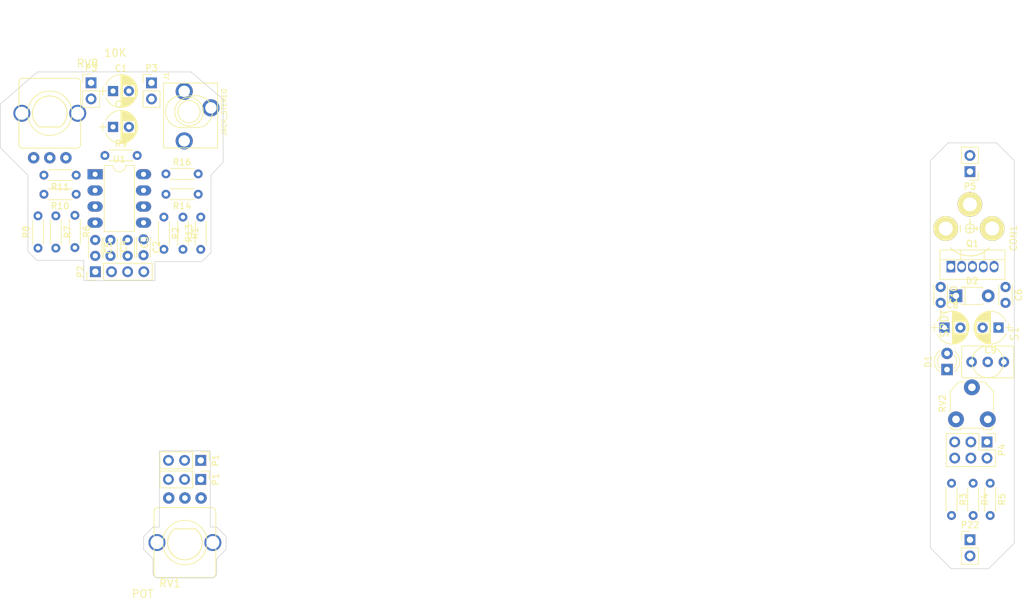
<source format=kicad_pcb>
(kicad_pcb (version 20170123) (host pcbnew "(2017-04-07 revision 70c961f)-master")

  (general
    (links 77)
    (no_connects 77)
    (area 77.419999 33.27537 239.2205 120.80298)
    (thickness 1.6)
    (drawings 47)
    (tracks 0)
    (zones 0)
    (modules 42)
    (nets 31)
  )

  (page A4)
  (layers
    (0 F.Cu signal)
    (31 B.Cu signal)
    (32 B.Adhes user)
    (33 F.Adhes user)
    (34 B.Paste user)
    (35 F.Paste user)
    (36 B.SilkS user)
    (37 F.SilkS user)
    (38 B.Mask user)
    (39 F.Mask user)
    (40 Dwgs.User user)
    (41 Cmts.User user)
    (42 Eco1.User user)
    (43 Eco2.User user)
    (44 Edge.Cuts user)
    (45 Margin user)
    (46 B.CrtYd user hide)
    (47 F.CrtYd user)
    (48 B.Fab user hide)
    (49 F.Fab user hide)
  )

  (setup
    (last_trace_width 0.25)
    (trace_clearance 0.2)
    (zone_clearance 0.508)
    (zone_45_only no)
    (trace_min 0.2)
    (segment_width 0.2)
    (edge_width 0.1)
    (via_size 0.8)
    (via_drill 0.4)
    (via_min_size 0.4)
    (via_min_drill 0.3)
    (uvia_size 0.3)
    (uvia_drill 0.1)
    (uvias_allowed no)
    (uvia_min_size 0.2)
    (uvia_min_drill 0.1)
    (pcb_text_width 0.3)
    (pcb_text_size 1.5 1.5)
    (mod_edge_width 0.15)
    (mod_text_size 1 1)
    (mod_text_width 0.15)
    (pad_size 1.5 1.5)
    (pad_drill 0.6)
    (pad_to_mask_clearance 0)
    (aux_axis_origin 0 0)
    (visible_elements FFFFFF7F)
    (pcbplotparams
      (layerselection 0x00030_ffffffff)
      (usegerberextensions false)
      (excludeedgelayer true)
      (linewidth 0.100000)
      (plotframeref false)
      (viasonmask false)
      (mode 1)
      (useauxorigin false)
      (hpglpennumber 1)
      (hpglpenspeed 20)
      (hpglpendiameter 15)
      (psnegative false)
      (psa4output false)
      (plotreference true)
      (plotvalue true)
      (plotinvisibletext false)
      (padsonsilk false)
      (subtractmaskfromsilk false)
      (outputformat 1)
      (mirror false)
      (drillshape 1)
      (scaleselection 1)
      (outputdirectory ""))
  )

  (net 0 "")
  (net 1 "Net-(C2-Pad1)")
  (net 2 "Net-(C2-Pad2)")
  (net 3 "Net-(C3-Pad2)")
  (net 4 "Net-(C3-Pad1)")
  (net 5 "Net-(C4-Pad2)")
  (net 6 "Net-(C4-Pad1)")
  (net 7 "Net-(C5-Pad1)")
  (net 8 "Net-(C5-Pad2)")
  (net 9 GND)
  (net 10 "Net-(C6-Pad1)")
  (net 11 "Net-(C7-Pad2)")
  (net 12 "Net-(C7-Pad1)")
  (net 13 VCC)
  (net 14 "Net-(C10-Pad2)")
  (net 15 "Net-(CON1-Pad3)")
  (net 16 "Net-(CON1-Pad1)")
  (net 17 "Net-(D1-Pad1)")
  (net 18 "Net-(D2-Pad2)")
  (net 19 "Net-(P1-Pad3)")
  (net 20 "Net-(P1-Pad2)")
  (net 21 "Net-(P1-Pad1)")
  (net 22 "Net-(P4-Pad6)")
  (net 23 "Net-(P4-Pad1)")
  (net 24 "Net-(P4-Pad4)")
  (net 25 "Net-(R11-Pad2)")
  (net 26 "Net-(R11-Pad1)")
  (net 27 MIXOUTA)
  (net 28 "Net-(S1-Pad1)")
  (net 29 "Net-(C1-Pad1)")
  (net 30 "Net-(C11-Pad1)")

  (net_class Default "This is the default net class."
    (clearance 0.2)
    (trace_width 0.25)
    (via_dia 0.8)
    (via_drill 0.4)
    (uvia_dia 0.3)
    (uvia_drill 0.1)
    (add_net GND)
    (add_net MIXOUTA)
    (add_net "Net-(C1-Pad1)")
    (add_net "Net-(C10-Pad2)")
    (add_net "Net-(C11-Pad1)")
    (add_net "Net-(C2-Pad1)")
    (add_net "Net-(C2-Pad2)")
    (add_net "Net-(C3-Pad1)")
    (add_net "Net-(C3-Pad2)")
    (add_net "Net-(C4-Pad1)")
    (add_net "Net-(C4-Pad2)")
    (add_net "Net-(C5-Pad1)")
    (add_net "Net-(C5-Pad2)")
    (add_net "Net-(C6-Pad1)")
    (add_net "Net-(C7-Pad1)")
    (add_net "Net-(C7-Pad2)")
    (add_net "Net-(CON1-Pad1)")
    (add_net "Net-(CON1-Pad3)")
    (add_net "Net-(D1-Pad1)")
    (add_net "Net-(D2-Pad2)")
    (add_net "Net-(P1-Pad1)")
    (add_net "Net-(P1-Pad2)")
    (add_net "Net-(P1-Pad3)")
    (add_net "Net-(P4-Pad1)")
    (add_net "Net-(P4-Pad4)")
    (add_net "Net-(P4-Pad6)")
    (add_net "Net-(R11-Pad1)")
    (add_net "Net-(R11-Pad2)")
    (add_net "Net-(S1-Pad1)")
    (add_net VCC)
  )

  (module Resistors_THT:R_Axial_DIN0204_L3.6mm_D1.6mm_P5.08mm_Horizontal (layer F.Cu) (tedit 5874F706) (tstamp 5953DC04)
    (at 106.2 60.2 270)
    (descr "Resistor, Axial_DIN0204 series, Axial, Horizontal, pin pitch=5.08mm, 0.16666666666666666W = 1/6W, length*diameter=3.6*1.6mm^2, http://cdn-reichelt.de/documents/datenblatt/B400/1_4W%23YAG.pdf")
    (tags "Resistor Axial_DIN0204 series Axial Horizontal pin pitch 5.08mm 0.16666666666666666W = 1/6W length 3.6mm diameter 1.6mm")
    (path /589D4DD6/5925525F)
    (fp_text reference R1 (at 2.54 -1.86 270) (layer F.SilkS)
      (effects (font (size 1 1) (thickness 0.15)))
    )
    (fp_text value 100K (at 2.54 1.86 270) (layer F.Fab)
      (effects (font (size 1 1) (thickness 0.15)))
    )
    (fp_line (start 0.74 -0.8) (end 0.74 0.8) (layer F.Fab) (width 0.1))
    (fp_line (start 0.74 0.8) (end 4.34 0.8) (layer F.Fab) (width 0.1))
    (fp_line (start 4.34 0.8) (end 4.34 -0.8) (layer F.Fab) (width 0.1))
    (fp_line (start 4.34 -0.8) (end 0.74 -0.8) (layer F.Fab) (width 0.1))
    (fp_line (start 0 0) (end 0.74 0) (layer F.Fab) (width 0.1))
    (fp_line (start 5.08 0) (end 4.34 0) (layer F.Fab) (width 0.1))
    (fp_line (start 0.68 -0.86) (end 4.4 -0.86) (layer F.SilkS) (width 0.12))
    (fp_line (start 0.68 0.86) (end 4.4 0.86) (layer F.SilkS) (width 0.12))
    (fp_line (start -0.95 -1.15) (end -0.95 1.15) (layer F.CrtYd) (width 0.05))
    (fp_line (start -0.95 1.15) (end 6.05 1.15) (layer F.CrtYd) (width 0.05))
    (fp_line (start 6.05 1.15) (end 6.05 -1.15) (layer F.CrtYd) (width 0.05))
    (fp_line (start 6.05 -1.15) (end -0.95 -1.15) (layer F.CrtYd) (width 0.05))
    (pad 1 thru_hole circle (at 0 0 270) (size 1.4 1.4) (drill 0.7) (layers *.Cu *.Mask)
      (net 11 "Net-(C7-Pad2)"))
    (pad 2 thru_hole oval (at 5.08 0 270) (size 1.4 1.4) (drill 0.7) (layers *.Cu *.Mask)
      (net 1 "Net-(C2-Pad1)"))
    (model Resistors_THT.3dshapes/R_Axial_DIN0204_L3.6mm_D1.6mm_P5.08mm_Horizontal.wrl
      (at (xyz 0 0 0))
      (scale (xyz 0.393701 0.393701 0.393701))
      (rotate (xyz 0 0 0))
    )
  )

  (module Resistors_THT:R_Axial_DIN0204_L3.6mm_D1.6mm_P5.08mm_Horizontal (layer F.Cu) (tedit 5874F706) (tstamp 5953DC16)
    (at 103.2 60.2 270)
    (descr "Resistor, Axial_DIN0204 series, Axial, Horizontal, pin pitch=5.08mm, 0.16666666666666666W = 1/6W, length*diameter=3.6*1.6mm^2, http://cdn-reichelt.de/documents/datenblatt/B400/1_4W%23YAG.pdf")
    (tags "Resistor Axial_DIN0204 series Axial Horizontal pin pitch 5.08mm 0.16666666666666666W = 1/6W length 3.6mm diameter 1.6mm")
    (path /589D4DD6/59255219)
    (fp_text reference R2 (at 2.54 -1.86 270) (layer F.SilkS)
      (effects (font (size 1 1) (thickness 0.15)))
    )
    (fp_text value 100K (at 2.54 1.86 270) (layer F.Fab)
      (effects (font (size 1 1) (thickness 0.15)))
    )
    (fp_line (start 0.74 -0.8) (end 0.74 0.8) (layer F.Fab) (width 0.1))
    (fp_line (start 0.74 0.8) (end 4.34 0.8) (layer F.Fab) (width 0.1))
    (fp_line (start 4.34 0.8) (end 4.34 -0.8) (layer F.Fab) (width 0.1))
    (fp_line (start 4.34 -0.8) (end 0.74 -0.8) (layer F.Fab) (width 0.1))
    (fp_line (start 0 0) (end 0.74 0) (layer F.Fab) (width 0.1))
    (fp_line (start 5.08 0) (end 4.34 0) (layer F.Fab) (width 0.1))
    (fp_line (start 0.68 -0.86) (end 4.4 -0.86) (layer F.SilkS) (width 0.12))
    (fp_line (start 0.68 0.86) (end 4.4 0.86) (layer F.SilkS) (width 0.12))
    (fp_line (start -0.95 -1.15) (end -0.95 1.15) (layer F.CrtYd) (width 0.05))
    (fp_line (start -0.95 1.15) (end 6.05 1.15) (layer F.CrtYd) (width 0.05))
    (fp_line (start 6.05 1.15) (end 6.05 -1.15) (layer F.CrtYd) (width 0.05))
    (fp_line (start 6.05 -1.15) (end -0.95 -1.15) (layer F.CrtYd) (width 0.05))
    (pad 1 thru_hole circle (at 0 0 270) (size 1.4 1.4) (drill 0.7) (layers *.Cu *.Mask)
      (net 11 "Net-(C7-Pad2)"))
    (pad 2 thru_hole oval (at 5.08 0 270) (size 1.4 1.4) (drill 0.7) (layers *.Cu *.Mask)
      (net 4 "Net-(C3-Pad1)"))
    (model Resistors_THT.3dshapes/R_Axial_DIN0204_L3.6mm_D1.6mm_P5.08mm_Horizontal.wrl
      (at (xyz 0 0 0))
      (scale (xyz 0.393701 0.393701 0.393701))
      (rotate (xyz 0 0 0))
    )
  )

  (module Resistors_THT:R_Axial_DIN0204_L3.6mm_D1.6mm_P5.08mm_Horizontal (layer F.Cu) (tedit 5874F706) (tstamp 5953DC5E)
    (at 89.2 59.92 270)
    (descr "Resistor, Axial_DIN0204 series, Axial, Horizontal, pin pitch=5.08mm, 0.16666666666666666W = 1/6W, length*diameter=3.6*1.6mm^2, http://cdn-reichelt.de/documents/datenblatt/B400/1_4W%23YAG.pdf")
    (tags "Resistor Axial_DIN0204 series Axial Horizontal pin pitch 5.08mm 0.16666666666666666W = 1/6W length 3.6mm diameter 1.6mm")
    (path /589D4DD6/59255180)
    (fp_text reference R6 (at 2.54 -1.86 270) (layer F.SilkS)
      (effects (font (size 1 1) (thickness 0.15)))
    )
    (fp_text value 100K (at 2.54 1.86 270) (layer F.Fab)
      (effects (font (size 1 1) (thickness 0.15)))
    )
    (fp_line (start 0.74 -0.8) (end 0.74 0.8) (layer F.Fab) (width 0.1))
    (fp_line (start 0.74 0.8) (end 4.34 0.8) (layer F.Fab) (width 0.1))
    (fp_line (start 4.34 0.8) (end 4.34 -0.8) (layer F.Fab) (width 0.1))
    (fp_line (start 4.34 -0.8) (end 0.74 -0.8) (layer F.Fab) (width 0.1))
    (fp_line (start 0 0) (end 0.74 0) (layer F.Fab) (width 0.1))
    (fp_line (start 5.08 0) (end 4.34 0) (layer F.Fab) (width 0.1))
    (fp_line (start 0.68 -0.86) (end 4.4 -0.86) (layer F.SilkS) (width 0.12))
    (fp_line (start 0.68 0.86) (end 4.4 0.86) (layer F.SilkS) (width 0.12))
    (fp_line (start -0.95 -1.15) (end -0.95 1.15) (layer F.CrtYd) (width 0.05))
    (fp_line (start -0.95 1.15) (end 6.05 1.15) (layer F.CrtYd) (width 0.05))
    (fp_line (start 6.05 1.15) (end 6.05 -1.15) (layer F.CrtYd) (width 0.05))
    (fp_line (start 6.05 -1.15) (end -0.95 -1.15) (layer F.CrtYd) (width 0.05))
    (pad 1 thru_hole circle (at 0 0 270) (size 1.4 1.4) (drill 0.7) (layers *.Cu *.Mask)
      (net 11 "Net-(C7-Pad2)"))
    (pad 2 thru_hole oval (at 5.08 0 270) (size 1.4 1.4) (drill 0.7) (layers *.Cu *.Mask)
      (net 6 "Net-(C4-Pad1)"))
    (model Resistors_THT.3dshapes/R_Axial_DIN0204_L3.6mm_D1.6mm_P5.08mm_Horizontal.wrl
      (at (xyz 0 0 0))
      (scale (xyz 0.393701 0.393701 0.393701))
      (rotate (xyz 0 0 0))
    )
  )

  (module Resistors_THT:R_Axial_DIN0204_L3.6mm_D1.6mm_P5.08mm_Horizontal (layer F.Cu) (tedit 5874F706) (tstamp 5953DC70)
    (at 86.2 60 270)
    (descr "Resistor, Axial_DIN0204 series, Axial, Horizontal, pin pitch=5.08mm, 0.16666666666666666W = 1/6W, length*diameter=3.6*1.6mm^2, http://cdn-reichelt.de/documents/datenblatt/B400/1_4W%23YAG.pdf")
    (tags "Resistor Axial_DIN0204 series Axial Horizontal pin pitch 5.08mm 0.16666666666666666W = 1/6W length 3.6mm diameter 1.6mm")
    (path /589D4DD6/592551D5)
    (fp_text reference R7 (at 2.54 -1.86 270) (layer F.SilkS)
      (effects (font (size 1 1) (thickness 0.15)))
    )
    (fp_text value 100K (at 2.54 1.86 270) (layer F.Fab)
      (effects (font (size 1 1) (thickness 0.15)))
    )
    (fp_line (start 0.74 -0.8) (end 0.74 0.8) (layer F.Fab) (width 0.1))
    (fp_line (start 0.74 0.8) (end 4.34 0.8) (layer F.Fab) (width 0.1))
    (fp_line (start 4.34 0.8) (end 4.34 -0.8) (layer F.Fab) (width 0.1))
    (fp_line (start 4.34 -0.8) (end 0.74 -0.8) (layer F.Fab) (width 0.1))
    (fp_line (start 0 0) (end 0.74 0) (layer F.Fab) (width 0.1))
    (fp_line (start 5.08 0) (end 4.34 0) (layer F.Fab) (width 0.1))
    (fp_line (start 0.68 -0.86) (end 4.4 -0.86) (layer F.SilkS) (width 0.12))
    (fp_line (start 0.68 0.86) (end 4.4 0.86) (layer F.SilkS) (width 0.12))
    (fp_line (start -0.95 -1.15) (end -0.95 1.15) (layer F.CrtYd) (width 0.05))
    (fp_line (start -0.95 1.15) (end 6.05 1.15) (layer F.CrtYd) (width 0.05))
    (fp_line (start 6.05 1.15) (end 6.05 -1.15) (layer F.CrtYd) (width 0.05))
    (fp_line (start 6.05 -1.15) (end -0.95 -1.15) (layer F.CrtYd) (width 0.05))
    (pad 1 thru_hole circle (at 0 0 270) (size 1.4 1.4) (drill 0.7) (layers *.Cu *.Mask)
      (net 11 "Net-(C7-Pad2)"))
    (pad 2 thru_hole oval (at 5.08 0 270) (size 1.4 1.4) (drill 0.7) (layers *.Cu *.Mask)
      (net 7 "Net-(C5-Pad1)"))
    (model Resistors_THT.3dshapes/R_Axial_DIN0204_L3.6mm_D1.6mm_P5.08mm_Horizontal.wrl
      (at (xyz 0 0 0))
      (scale (xyz 0.393701 0.393701 0.393701))
      (rotate (xyz 0 0 0))
    )
  )

  (module Resistors_THT:R_Axial_DIN0204_L3.6mm_D1.6mm_P5.08mm_Horizontal (layer F.Cu) (tedit 5874F706) (tstamp 5953DC82)
    (at 83.4 65.08 90)
    (descr "Resistor, Axial_DIN0204 series, Axial, Horizontal, pin pitch=5.08mm, 0.16666666666666666W = 1/6W, length*diameter=3.6*1.6mm^2, http://cdn-reichelt.de/documents/datenblatt/B400/1_4W%23YAG.pdf")
    (tags "Resistor Axial_DIN0204 series Axial Horizontal pin pitch 5.08mm 0.16666666666666666W = 1/6W length 3.6mm diameter 1.6mm")
    (path /589D4DD6/59253BEE)
    (fp_text reference R8 (at 2.54 -1.86 90) (layer F.SilkS)
      (effects (font (size 1 1) (thickness 0.15)))
    )
    (fp_text value 100K (at 2.54 1.86 90) (layer F.Fab)
      (effects (font (size 1 1) (thickness 0.15)))
    )
    (fp_line (start 0.74 -0.8) (end 0.74 0.8) (layer F.Fab) (width 0.1))
    (fp_line (start 0.74 0.8) (end 4.34 0.8) (layer F.Fab) (width 0.1))
    (fp_line (start 4.34 0.8) (end 4.34 -0.8) (layer F.Fab) (width 0.1))
    (fp_line (start 4.34 -0.8) (end 0.74 -0.8) (layer F.Fab) (width 0.1))
    (fp_line (start 0 0) (end 0.74 0) (layer F.Fab) (width 0.1))
    (fp_line (start 5.08 0) (end 4.34 0) (layer F.Fab) (width 0.1))
    (fp_line (start 0.68 -0.86) (end 4.4 -0.86) (layer F.SilkS) (width 0.12))
    (fp_line (start 0.68 0.86) (end 4.4 0.86) (layer F.SilkS) (width 0.12))
    (fp_line (start -0.95 -1.15) (end -0.95 1.15) (layer F.CrtYd) (width 0.05))
    (fp_line (start -0.95 1.15) (end 6.05 1.15) (layer F.CrtYd) (width 0.05))
    (fp_line (start 6.05 1.15) (end 6.05 -1.15) (layer F.CrtYd) (width 0.05))
    (fp_line (start 6.05 -1.15) (end -0.95 -1.15) (layer F.CrtYd) (width 0.05))
    (pad 1 thru_hole circle (at 0 0 90) (size 1.4 1.4) (drill 0.7) (layers *.Cu *.Mask)
      (net 13 VCC))
    (pad 2 thru_hole oval (at 5.08 0 90) (size 1.4 1.4) (drill 0.7) (layers *.Cu *.Mask)
      (net 29 "Net-(C1-Pad1)"))
    (model Resistors_THT.3dshapes/R_Axial_DIN0204_L3.6mm_D1.6mm_P5.08mm_Horizontal.wrl
      (at (xyz 0 0 0))
      (scale (xyz 0.393701 0.393701 0.393701))
      (rotate (xyz 0 0 0))
    )
  )

  (module Resistors_THT:R_Axial_DIN0204_L3.6mm_D1.6mm_P5.08mm_Horizontal (layer F.Cu) (tedit 5874F706) (tstamp 5953DC94)
    (at 93.92 50.5)
    (descr "Resistor, Axial_DIN0204 series, Axial, Horizontal, pin pitch=5.08mm, 0.16666666666666666W = 1/6W, length*diameter=3.6*1.6mm^2, http://cdn-reichelt.de/documents/datenblatt/B400/1_4W%23YAG.pdf")
    (tags "Resistor Axial_DIN0204 series Axial Horizontal pin pitch 5.08mm 0.16666666666666666W = 1/6W length 3.6mm diameter 1.6mm")
    (path /589D4DD6/59252E71)
    (fp_text reference R9 (at 2.54 -1.86) (layer F.SilkS)
      (effects (font (size 1 1) (thickness 0.15)))
    )
    (fp_text value 100K (at 2.54 1.86) (layer F.Fab)
      (effects (font (size 1 1) (thickness 0.15)))
    )
    (fp_line (start 0.74 -0.8) (end 0.74 0.8) (layer F.Fab) (width 0.1))
    (fp_line (start 0.74 0.8) (end 4.34 0.8) (layer F.Fab) (width 0.1))
    (fp_line (start 4.34 0.8) (end 4.34 -0.8) (layer F.Fab) (width 0.1))
    (fp_line (start 4.34 -0.8) (end 0.74 -0.8) (layer F.Fab) (width 0.1))
    (fp_line (start 0 0) (end 0.74 0) (layer F.Fab) (width 0.1))
    (fp_line (start 5.08 0) (end 4.34 0) (layer F.Fab) (width 0.1))
    (fp_line (start 0.68 -0.86) (end 4.4 -0.86) (layer F.SilkS) (width 0.12))
    (fp_line (start 0.68 0.86) (end 4.4 0.86) (layer F.SilkS) (width 0.12))
    (fp_line (start -0.95 -1.15) (end -0.95 1.15) (layer F.CrtYd) (width 0.05))
    (fp_line (start -0.95 1.15) (end 6.05 1.15) (layer F.CrtYd) (width 0.05))
    (fp_line (start 6.05 1.15) (end 6.05 -1.15) (layer F.CrtYd) (width 0.05))
    (fp_line (start 6.05 -1.15) (end -0.95 -1.15) (layer F.CrtYd) (width 0.05))
    (pad 1 thru_hole circle (at 0 0) (size 1.4 1.4) (drill 0.7) (layers *.Cu *.Mask)
      (net 12 "Net-(C7-Pad1)"))
    (pad 2 thru_hole oval (at 5.08 0) (size 1.4 1.4) (drill 0.7) (layers *.Cu *.Mask)
      (net 11 "Net-(C7-Pad2)"))
    (model Resistors_THT.3dshapes/R_Axial_DIN0204_L3.6mm_D1.6mm_P5.08mm_Horizontal.wrl
      (at (xyz 0 0 0))
      (scale (xyz 0.393701 0.393701 0.393701))
      (rotate (xyz 0 0 0))
    )
  )

  (module Resistors_THT:R_Axial_DIN0204_L3.6mm_D1.6mm_P5.08mm_Horizontal (layer F.Cu) (tedit 5874F706) (tstamp 5953DCA6)
    (at 89.408 56.6 180)
    (descr "Resistor, Axial_DIN0204 series, Axial, Horizontal, pin pitch=5.08mm, 0.16666666666666666W = 1/6W, length*diameter=3.6*1.6mm^2, http://cdn-reichelt.de/documents/datenblatt/B400/1_4W%23YAG.pdf")
    (tags "Resistor Axial_DIN0204 series Axial Horizontal pin pitch 5.08mm 0.16666666666666666W = 1/6W length 3.6mm diameter 1.6mm")
    (path /589D4DD6/59253B92)
    (fp_text reference R10 (at 2.54 -1.86 180) (layer F.SilkS)
      (effects (font (size 1 1) (thickness 0.15)))
    )
    (fp_text value 100K (at 2.54 1.86 180) (layer F.Fab)
      (effects (font (size 1 1) (thickness 0.15)))
    )
    (fp_line (start 0.74 -0.8) (end 0.74 0.8) (layer F.Fab) (width 0.1))
    (fp_line (start 0.74 0.8) (end 4.34 0.8) (layer F.Fab) (width 0.1))
    (fp_line (start 4.34 0.8) (end 4.34 -0.8) (layer F.Fab) (width 0.1))
    (fp_line (start 4.34 -0.8) (end 0.74 -0.8) (layer F.Fab) (width 0.1))
    (fp_line (start 0 0) (end 0.74 0) (layer F.Fab) (width 0.1))
    (fp_line (start 5.08 0) (end 4.34 0) (layer F.Fab) (width 0.1))
    (fp_line (start 0.68 -0.86) (end 4.4 -0.86) (layer F.SilkS) (width 0.12))
    (fp_line (start 0.68 0.86) (end 4.4 0.86) (layer F.SilkS) (width 0.12))
    (fp_line (start -0.95 -1.15) (end -0.95 1.15) (layer F.CrtYd) (width 0.05))
    (fp_line (start -0.95 1.15) (end 6.05 1.15) (layer F.CrtYd) (width 0.05))
    (fp_line (start 6.05 1.15) (end 6.05 -1.15) (layer F.CrtYd) (width 0.05))
    (fp_line (start 6.05 -1.15) (end -0.95 -1.15) (layer F.CrtYd) (width 0.05))
    (pad 1 thru_hole circle (at 0 0 180) (size 1.4 1.4) (drill 0.7) (layers *.Cu *.Mask)
      (net 9 GND))
    (pad 2 thru_hole oval (at 5.08 0 180) (size 1.4 1.4) (drill 0.7) (layers *.Cu *.Mask)
      (net 29 "Net-(C1-Pad1)"))
    (model Resistors_THT.3dshapes/R_Axial_DIN0204_L3.6mm_D1.6mm_P5.08mm_Horizontal.wrl
      (at (xyz 0 0 0))
      (scale (xyz 0.393701 0.393701 0.393701))
      (rotate (xyz 0 0 0))
    )
  )

  (module Resistors_THT:R_Axial_DIN0204_L3.6mm_D1.6mm_P5.08mm_Horizontal (layer F.Cu) (tedit 5874F706) (tstamp 5953DCB8)
    (at 89.408 53.594 180)
    (descr "Resistor, Axial_DIN0204 series, Axial, Horizontal, pin pitch=5.08mm, 0.16666666666666666W = 1/6W, length*diameter=3.6*1.6mm^2, http://cdn-reichelt.de/documents/datenblatt/B400/1_4W%23YAG.pdf")
    (tags "Resistor Axial_DIN0204 series Axial Horizontal pin pitch 5.08mm 0.16666666666666666W = 1/6W length 3.6mm diameter 1.6mm")
    (path /589D4DD6/592536CB)
    (fp_text reference R11 (at 2.54 -1.86 180) (layer F.SilkS)
      (effects (font (size 1 1) (thickness 0.15)))
    )
    (fp_text value 100K (at 2.54 1.86 180) (layer F.Fab)
      (effects (font (size 1 1) (thickness 0.15)))
    )
    (fp_line (start 0.74 -0.8) (end 0.74 0.8) (layer F.Fab) (width 0.1))
    (fp_line (start 0.74 0.8) (end 4.34 0.8) (layer F.Fab) (width 0.1))
    (fp_line (start 4.34 0.8) (end 4.34 -0.8) (layer F.Fab) (width 0.1))
    (fp_line (start 4.34 -0.8) (end 0.74 -0.8) (layer F.Fab) (width 0.1))
    (fp_line (start 0 0) (end 0.74 0) (layer F.Fab) (width 0.1))
    (fp_line (start 5.08 0) (end 4.34 0) (layer F.Fab) (width 0.1))
    (fp_line (start 0.68 -0.86) (end 4.4 -0.86) (layer F.SilkS) (width 0.12))
    (fp_line (start 0.68 0.86) (end 4.4 0.86) (layer F.SilkS) (width 0.12))
    (fp_line (start -0.95 -1.15) (end -0.95 1.15) (layer F.CrtYd) (width 0.05))
    (fp_line (start -0.95 1.15) (end 6.05 1.15) (layer F.CrtYd) (width 0.05))
    (fp_line (start 6.05 1.15) (end 6.05 -1.15) (layer F.CrtYd) (width 0.05))
    (fp_line (start 6.05 -1.15) (end -0.95 -1.15) (layer F.CrtYd) (width 0.05))
    (pad 1 thru_hole circle (at 0 0 180) (size 1.4 1.4) (drill 0.7) (layers *.Cu *.Mask)
      (net 26 "Net-(R11-Pad1)"))
    (pad 2 thru_hole oval (at 5.08 0 180) (size 1.4 1.4) (drill 0.7) (layers *.Cu *.Mask)
      (net 25 "Net-(R11-Pad2)"))
    (model Resistors_THT.3dshapes/R_Axial_DIN0204_L3.6mm_D1.6mm_P5.08mm_Horizontal.wrl
      (at (xyz 0 0 0))
      (scale (xyz 0.393701 0.393701 0.393701))
      (rotate (xyz 0 0 0))
    )
  )

  (module Resistors_THT:R_Axial_DIN0204_L3.6mm_D1.6mm_P5.08mm_Horizontal (layer F.Cu) (tedit 5874F706) (tstamp 5953DCCA)
    (at 109 65.28 90)
    (descr "Resistor, Axial_DIN0204 series, Axial, Horizontal, pin pitch=5.08mm, 0.16666666666666666W = 1/6W, length*diameter=3.6*1.6mm^2, http://cdn-reichelt.de/documents/datenblatt/B400/1_4W%23YAG.pdf")
    (tags "Resistor Axial_DIN0204 series Axial Horizontal pin pitch 5.08mm 0.16666666666666666W = 1/6W length 3.6mm diameter 1.6mm")
    (path /589D4DD6/59253AE2)
    (fp_text reference R13 (at 2.54 -1.86 90) (layer F.SilkS)
      (effects (font (size 1 1) (thickness 0.15)))
    )
    (fp_text value 1K (at 2.54 1.86 90) (layer F.Fab)
      (effects (font (size 1 1) (thickness 0.15)))
    )
    (fp_line (start 0.74 -0.8) (end 0.74 0.8) (layer F.Fab) (width 0.1))
    (fp_line (start 0.74 0.8) (end 4.34 0.8) (layer F.Fab) (width 0.1))
    (fp_line (start 4.34 0.8) (end 4.34 -0.8) (layer F.Fab) (width 0.1))
    (fp_line (start 4.34 -0.8) (end 0.74 -0.8) (layer F.Fab) (width 0.1))
    (fp_line (start 0 0) (end 0.74 0) (layer F.Fab) (width 0.1))
    (fp_line (start 5.08 0) (end 4.34 0) (layer F.Fab) (width 0.1))
    (fp_line (start 0.68 -0.86) (end 4.4 -0.86) (layer F.SilkS) (width 0.12))
    (fp_line (start 0.68 0.86) (end 4.4 0.86) (layer F.SilkS) (width 0.12))
    (fp_line (start -0.95 -1.15) (end -0.95 1.15) (layer F.CrtYd) (width 0.05))
    (fp_line (start -0.95 1.15) (end 6.05 1.15) (layer F.CrtYd) (width 0.05))
    (fp_line (start 6.05 1.15) (end 6.05 -1.15) (layer F.CrtYd) (width 0.05))
    (fp_line (start 6.05 -1.15) (end -0.95 -1.15) (layer F.CrtYd) (width 0.05))
    (pad 1 thru_hole circle (at 0 0 90) (size 1.4 1.4) (drill 0.7) (layers *.Cu *.Mask)
      (net 9 GND))
    (pad 2 thru_hole oval (at 5.08 0 90) (size 1.4 1.4) (drill 0.7) (layers *.Cu *.Mask)
      (net 27 MIXOUTA))
    (model Resistors_THT.3dshapes/R_Axial_DIN0204_L3.6mm_D1.6mm_P5.08mm_Horizontal.wrl
      (at (xyz 0 0 0))
      (scale (xyz 0.393701 0.393701 0.393701))
      (rotate (xyz 0 0 0))
    )
  )

  (module Resistors_THT:R_Axial_DIN0204_L3.6mm_D1.6mm_P5.08mm_Horizontal (layer F.Cu) (tedit 5874F706) (tstamp 5953DCDC)
    (at 108.6 56.6 180)
    (descr "Resistor, Axial_DIN0204 series, Axial, Horizontal, pin pitch=5.08mm, 0.16666666666666666W = 1/6W, length*diameter=3.6*1.6mm^2, http://cdn-reichelt.de/documents/datenblatt/B400/1_4W%23YAG.pdf")
    (tags "Resistor Axial_DIN0204 series Axial Horizontal pin pitch 5.08mm 0.16666666666666666W = 1/6W length 3.6mm diameter 1.6mm")
    (path /589D6CC1/5924E1C0)
    (fp_text reference R14 (at 2.54 -1.86 180) (layer F.SilkS)
      (effects (font (size 1 1) (thickness 0.15)))
    )
    (fp_text value 50k (at 2.54 1.86 180) (layer F.Fab)
      (effects (font (size 1 1) (thickness 0.15)))
    )
    (fp_line (start 0.74 -0.8) (end 0.74 0.8) (layer F.Fab) (width 0.1))
    (fp_line (start 0.74 0.8) (end 4.34 0.8) (layer F.Fab) (width 0.1))
    (fp_line (start 4.34 0.8) (end 4.34 -0.8) (layer F.Fab) (width 0.1))
    (fp_line (start 4.34 -0.8) (end 0.74 -0.8) (layer F.Fab) (width 0.1))
    (fp_line (start 0 0) (end 0.74 0) (layer F.Fab) (width 0.1))
    (fp_line (start 5.08 0) (end 4.34 0) (layer F.Fab) (width 0.1))
    (fp_line (start 0.68 -0.86) (end 4.4 -0.86) (layer F.SilkS) (width 0.12))
    (fp_line (start 0.68 0.86) (end 4.4 0.86) (layer F.SilkS) (width 0.12))
    (fp_line (start -0.95 -1.15) (end -0.95 1.15) (layer F.CrtYd) (width 0.05))
    (fp_line (start -0.95 1.15) (end 6.05 1.15) (layer F.CrtYd) (width 0.05))
    (fp_line (start 6.05 1.15) (end 6.05 -1.15) (layer F.CrtYd) (width 0.05))
    (fp_line (start 6.05 -1.15) (end -0.95 -1.15) (layer F.CrtYd) (width 0.05))
    (pad 1 thru_hole circle (at 0 0 180) (size 1.4 1.4) (drill 0.7) (layers *.Cu *.Mask)
      (net 17 "Net-(D1-Pad1)"))
    (pad 2 thru_hole oval (at 5.08 0 180) (size 1.4 1.4) (drill 0.7) (layers *.Cu *.Mask)
      (net 9 GND))
    (model Resistors_THT.3dshapes/R_Axial_DIN0204_L3.6mm_D1.6mm_P5.08mm_Horizontal.wrl
      (at (xyz 0 0 0))
      (scale (xyz 0.393701 0.393701 0.393701))
      (rotate (xyz 0 0 0))
    )
  )

  (module Resistors_THT:R_Axial_DIN0204_L3.6mm_D1.6mm_P5.08mm_Horizontal (layer F.Cu) (tedit 5874F706) (tstamp 5953DCEE)
    (at 103.52 53.4)
    (descr "Resistor, Axial_DIN0204 series, Axial, Horizontal, pin pitch=5.08mm, 0.16666666666666666W = 1/6W, length*diameter=3.6*1.6mm^2, http://cdn-reichelt.de/documents/datenblatt/B400/1_4W%23YAG.pdf")
    (tags "Resistor Axial_DIN0204 series Axial Horizontal pin pitch 5.08mm 0.16666666666666666W = 1/6W length 3.6mm diameter 1.6mm")
    (path /589D4DD6/589D68B8)
    (fp_text reference R16 (at 2.54 -1.86) (layer F.SilkS)
      (effects (font (size 1 1) (thickness 0.15)))
    )
    (fp_text value 1k (at 2.54 1.86) (layer F.Fab)
      (effects (font (size 1 1) (thickness 0.15)))
    )
    (fp_line (start 0.74 -0.8) (end 0.74 0.8) (layer F.Fab) (width 0.1))
    (fp_line (start 0.74 0.8) (end 4.34 0.8) (layer F.Fab) (width 0.1))
    (fp_line (start 4.34 0.8) (end 4.34 -0.8) (layer F.Fab) (width 0.1))
    (fp_line (start 4.34 -0.8) (end 0.74 -0.8) (layer F.Fab) (width 0.1))
    (fp_line (start 0 0) (end 0.74 0) (layer F.Fab) (width 0.1))
    (fp_line (start 5.08 0) (end 4.34 0) (layer F.Fab) (width 0.1))
    (fp_line (start 0.68 -0.86) (end 4.4 -0.86) (layer F.SilkS) (width 0.12))
    (fp_line (start 0.68 0.86) (end 4.4 0.86) (layer F.SilkS) (width 0.12))
    (fp_line (start -0.95 -1.15) (end -0.95 1.15) (layer F.CrtYd) (width 0.05))
    (fp_line (start -0.95 1.15) (end 6.05 1.15) (layer F.CrtYd) (width 0.05))
    (fp_line (start 6.05 1.15) (end 6.05 -1.15) (layer F.CrtYd) (width 0.05))
    (fp_line (start 6.05 -1.15) (end -0.95 -1.15) (layer F.CrtYd) (width 0.05))
    (pad 1 thru_hole circle (at 0 0) (size 1.4 1.4) (drill 0.7) (layers *.Cu *.Mask)
      (net 9 GND))
    (pad 2 thru_hole oval (at 5.08 0) (size 1.4 1.4) (drill 0.7) (layers *.Cu *.Mask)
      (net 27 MIXOUTA))
    (model Resistors_THT.3dshapes/R_Axial_DIN0204_L3.6mm_D1.6mm_P5.08mm_Horizontal.wrl
      (at (xyz 0 0 0))
      (scale (xyz 0.393701 0.393701 0.393701))
      (rotate (xyz 0 0 0))
    )
  )

  (module Resistors_THT:R_Axial_DIN0204_L3.6mm_D1.6mm_P5.08mm_Horizontal (layer F.Cu) (tedit 5874F706) (tstamp 5953DC28)
    (at 227.108 102.1 270)
    (descr "Resistor, Axial_DIN0204 series, Axial, Horizontal, pin pitch=5.08mm, 0.16666666666666666W = 1/6W, length*diameter=3.6*1.6mm^2, http://cdn-reichelt.de/documents/datenblatt/B400/1_4W%23YAG.pdf")
    (tags "Resistor Axial_DIN0204 series Axial Horizontal pin pitch 5.08mm 0.16666666666666666W = 1/6W length 3.6mm diameter 1.6mm")
    (path /589D6CC1/59236BFB)
    (fp_text reference R3 (at 2.54 -1.86 270) (layer F.SilkS)
      (effects (font (size 1 1) (thickness 0.15)))
    )
    (fp_text value R_Small (at 2.54 1.86 270) (layer F.Fab)
      (effects (font (size 1 1) (thickness 0.15)))
    )
    (fp_line (start 0.74 -0.8) (end 0.74 0.8) (layer F.Fab) (width 0.1))
    (fp_line (start 0.74 0.8) (end 4.34 0.8) (layer F.Fab) (width 0.1))
    (fp_line (start 4.34 0.8) (end 4.34 -0.8) (layer F.Fab) (width 0.1))
    (fp_line (start 4.34 -0.8) (end 0.74 -0.8) (layer F.Fab) (width 0.1))
    (fp_line (start 0 0) (end 0.74 0) (layer F.Fab) (width 0.1))
    (fp_line (start 5.08 0) (end 4.34 0) (layer F.Fab) (width 0.1))
    (fp_line (start 0.68 -0.86) (end 4.4 -0.86) (layer F.SilkS) (width 0.12))
    (fp_line (start 0.68 0.86) (end 4.4 0.86) (layer F.SilkS) (width 0.12))
    (fp_line (start -0.95 -1.15) (end -0.95 1.15) (layer F.CrtYd) (width 0.05))
    (fp_line (start -0.95 1.15) (end 6.05 1.15) (layer F.CrtYd) (width 0.05))
    (fp_line (start 6.05 1.15) (end 6.05 -1.15) (layer F.CrtYd) (width 0.05))
    (fp_line (start 6.05 -1.15) (end -0.95 -1.15) (layer F.CrtYd) (width 0.05))
    (pad 1 thru_hole circle (at 0 0 270) (size 1.4 1.4) (drill 0.7) (layers *.Cu *.Mask)
      (net 22 "Net-(P4-Pad6)"))
    (pad 2 thru_hole oval (at 5.08 0 270) (size 1.4 1.4) (drill 0.7) (layers *.Cu *.Mask)
      (net 13 VCC))
    (model Resistors_THT.3dshapes/R_Axial_DIN0204_L3.6mm_D1.6mm_P5.08mm_Horizontal.wrl
      (at (xyz 0 0 0))
      (scale (xyz 0.393701 0.393701 0.393701))
      (rotate (xyz 0 0 0))
    )
  )

  (module Resistors_THT:R_Axial_DIN0204_L3.6mm_D1.6mm_P5.08mm_Horizontal (layer F.Cu) (tedit 5874F706) (tstamp 5953DC3A)
    (at 230.508 102.1 270)
    (descr "Resistor, Axial_DIN0204 series, Axial, Horizontal, pin pitch=5.08mm, 0.16666666666666666W = 1/6W, length*diameter=3.6*1.6mm^2, http://cdn-reichelt.de/documents/datenblatt/B400/1_4W%23YAG.pdf")
    (tags "Resistor Axial_DIN0204 series Axial Horizontal pin pitch 5.08mm 0.16666666666666666W = 1/6W length 3.6mm diameter 1.6mm")
    (path /589D6CC1/59236BB2)
    (fp_text reference R4 (at 2.54 -1.86 270) (layer F.SilkS)
      (effects (font (size 1 1) (thickness 0.15)))
    )
    (fp_text value R_Small (at 2.54 1.86 270) (layer F.Fab)
      (effects (font (size 1 1) (thickness 0.15)))
    )
    (fp_line (start 0.74 -0.8) (end 0.74 0.8) (layer F.Fab) (width 0.1))
    (fp_line (start 0.74 0.8) (end 4.34 0.8) (layer F.Fab) (width 0.1))
    (fp_line (start 4.34 0.8) (end 4.34 -0.8) (layer F.Fab) (width 0.1))
    (fp_line (start 4.34 -0.8) (end 0.74 -0.8) (layer F.Fab) (width 0.1))
    (fp_line (start 0 0) (end 0.74 0) (layer F.Fab) (width 0.1))
    (fp_line (start 5.08 0) (end 4.34 0) (layer F.Fab) (width 0.1))
    (fp_line (start 0.68 -0.86) (end 4.4 -0.86) (layer F.SilkS) (width 0.12))
    (fp_line (start 0.68 0.86) (end 4.4 0.86) (layer F.SilkS) (width 0.12))
    (fp_line (start -0.95 -1.15) (end -0.95 1.15) (layer F.CrtYd) (width 0.05))
    (fp_line (start -0.95 1.15) (end 6.05 1.15) (layer F.CrtYd) (width 0.05))
    (fp_line (start 6.05 1.15) (end 6.05 -1.15) (layer F.CrtYd) (width 0.05))
    (fp_line (start 6.05 -1.15) (end -0.95 -1.15) (layer F.CrtYd) (width 0.05))
    (pad 1 thru_hole circle (at 0 0 270) (size 1.4 1.4) (drill 0.7) (layers *.Cu *.Mask)
      (net 24 "Net-(P4-Pad4)"))
    (pad 2 thru_hole oval (at 5.08 0 270) (size 1.4 1.4) (drill 0.7) (layers *.Cu *.Mask)
      (net 13 VCC))
    (model Resistors_THT.3dshapes/R_Axial_DIN0204_L3.6mm_D1.6mm_P5.08mm_Horizontal.wrl
      (at (xyz 0 0 0))
      (scale (xyz 0.393701 0.393701 0.393701))
      (rotate (xyz 0 0 0))
    )
  )

  (module Resistors_THT:R_Axial_DIN0204_L3.6mm_D1.6mm_P5.08mm_Horizontal (layer F.Cu) (tedit 5874F706) (tstamp 5953DC4C)
    (at 233.188 102.1 270)
    (descr "Resistor, Axial_DIN0204 series, Axial, Horizontal, pin pitch=5.08mm, 0.16666666666666666W = 1/6W, length*diameter=3.6*1.6mm^2, http://cdn-reichelt.de/documents/datenblatt/B400/1_4W%23YAG.pdf")
    (tags "Resistor Axial_DIN0204 series Axial Horizontal pin pitch 5.08mm 0.16666666666666666W = 1/6W length 3.6mm diameter 1.6mm")
    (path /589D6CC1/59235AD3)
    (fp_text reference R5 (at 2.54 -1.86 270) (layer F.SilkS)
      (effects (font (size 1 1) (thickness 0.15)))
    )
    (fp_text value R_Small (at 2.54 1.86 270) (layer F.Fab)
      (effects (font (size 1 1) (thickness 0.15)))
    )
    (fp_line (start 0.74 -0.8) (end 0.74 0.8) (layer F.Fab) (width 0.1))
    (fp_line (start 0.74 0.8) (end 4.34 0.8) (layer F.Fab) (width 0.1))
    (fp_line (start 4.34 0.8) (end 4.34 -0.8) (layer F.Fab) (width 0.1))
    (fp_line (start 4.34 -0.8) (end 0.74 -0.8) (layer F.Fab) (width 0.1))
    (fp_line (start 0 0) (end 0.74 0) (layer F.Fab) (width 0.1))
    (fp_line (start 5.08 0) (end 4.34 0) (layer F.Fab) (width 0.1))
    (fp_line (start 0.68 -0.86) (end 4.4 -0.86) (layer F.SilkS) (width 0.12))
    (fp_line (start 0.68 0.86) (end 4.4 0.86) (layer F.SilkS) (width 0.12))
    (fp_line (start -0.95 -1.15) (end -0.95 1.15) (layer F.CrtYd) (width 0.05))
    (fp_line (start -0.95 1.15) (end 6.05 1.15) (layer F.CrtYd) (width 0.05))
    (fp_line (start 6.05 1.15) (end 6.05 -1.15) (layer F.CrtYd) (width 0.05))
    (fp_line (start 6.05 -1.15) (end -0.95 -1.15) (layer F.CrtYd) (width 0.05))
    (pad 1 thru_hole circle (at 0 0 270) (size 1.4 1.4) (drill 0.7) (layers *.Cu *.Mask)
      (net 14 "Net-(C10-Pad2)"))
    (pad 2 thru_hole oval (at 5.08 0 270) (size 1.4 1.4) (drill 0.7) (layers *.Cu *.Mask)
      (net 9 GND))
    (model Resistors_THT.3dshapes/R_Axial_DIN0204_L3.6mm_D1.6mm_P5.08mm_Horizontal.wrl
      (at (xyz 0 0 0))
      (scale (xyz 0.393701 0.393701 0.393701))
      (rotate (xyz 0 0 0))
    )
  )

  (module Potentiometers:Potentiometer_Triwood_RM-065 (layer F.Cu) (tedit 5882291E) (tstamp 5953DD16)
    (at 227.808 92.04)
    (descr "Potentiometer, Trimmer, RM-065")
    (tags "Potentiometer Trimmer RM-065")
    (path /589D6CC1/59235D43)
    (fp_text reference RV2 (at -2.1 -2.5 90) (layer F.SilkS)
      (effects (font (size 1 1) (thickness 0.15)))
    )
    (fp_text value "V+ adjust" (at 7.5 -2.5 90) (layer F.Fab)
      (effects (font (size 1 1) (thickness 0.15)))
    )
    (fp_line (start 5.85 1.15) (end 5.85 1.4) (layer F.SilkS) (width 0.12))
    (fp_line (start 5.85 1.4) (end 5.6 1.4) (layer F.SilkS) (width 0.12))
    (fp_line (start 5.6 1.4) (end 5.6 1.65) (layer F.SilkS) (width 0.12))
    (fp_line (start 5.6 1.65) (end 4.35 1.65) (layer F.SilkS) (width 0.12))
    (fp_line (start 4.35 1.65) (end 4.35 1.4) (layer F.SilkS) (width 0.12))
    (fp_line (start 4.35 1.4) (end 0.7 1.4) (layer F.SilkS) (width 0.12))
    (fp_line (start 0.7 1.4) (end 0.7 1.65) (layer F.SilkS) (width 0.12))
    (fp_line (start 0.7 1.65) (end -0.6 1.65) (layer F.SilkS) (width 0.12))
    (fp_line (start -0.6 1.65) (end -0.6 1.4) (layer F.SilkS) (width 0.12))
    (fp_line (start -0.6 1.4) (end -0.9 1.4) (layer F.SilkS) (width 0.12))
    (fp_line (start -0.9 1.4) (end -0.9 1.15) (layer F.SilkS) (width 0.12))
    (fp_line (start 3.65 -5.9) (end 4.55 -5.9) (layer F.SilkS) (width 0.12))
    (fp_line (start 4.55 -5.9) (end 5.9 -4.4) (layer F.SilkS) (width 0.12))
    (fp_line (start 5.9 -4.4) (end 5.9 -1.1) (layer F.SilkS) (width 0.12))
    (fp_line (start -0.9 -1.1) (end -0.9 -4.45) (layer F.SilkS) (width 0.12))
    (fp_line (start -0.9 -4.45) (end 0.45 -5.9) (layer F.SilkS) (width 0.12))
    (fp_line (start 0.45 -5.9) (end 1.35 -5.9) (layer F.SilkS) (width 0.12))
    (fp_line (start 5.8 1.2) (end 5.8 -1.15) (layer F.Fab) (width 0.1))
    (fp_line (start -0.8 -1.1) (end -0.8 1.2) (layer F.Fab) (width 0.1))
    (fp_line (start 2.25 -2.88) (end 2.25 -3.64) (layer F.Fab) (width 0.1))
    (fp_line (start 2.75 -2.88) (end 2.75 -3.64) (layer F.Fab) (width 0.1))
    (fp_line (start -0.8 1.31) (end -0.8 1.18) (layer F.Fab) (width 0.1))
    (fp_line (start -0.8 -2.5) (end -0.8 -1.1) (layer F.Fab) (width 0.1))
    (fp_line (start 5.8 1.31) (end 5.8 1.18) (layer F.Fab) (width 0.1))
    (fp_line (start 5.8 -2.5) (end 5.8 -1.1) (layer F.Fab) (width 0.1))
    (fp_line (start 1.23 -0.47) (end 3.77 -0.47) (layer F.Fab) (width 0.1))
    (fp_line (start 4.53 -5.8) (end 3.64 -5.8) (layer F.Fab) (width 0.1))
    (fp_line (start 1.36 -5.8) (end 0.47 -5.8) (layer F.Fab) (width 0.1))
    (fp_line (start 4.15 -2.88) (end 4.66 -2.88) (layer F.Fab) (width 0.1))
    (fp_line (start 4.66 -2.88) (end 4.66 -2.12) (layer F.Fab) (width 0.1))
    (fp_line (start 4.66 -2.12) (end 4.15 -2.12) (layer F.Fab) (width 0.1))
    (fp_line (start 0.85 -2.88) (end 0.34 -2.88) (layer F.Fab) (width 0.1))
    (fp_line (start 0.34 -2.88) (end 0.34 -2.12) (layer F.Fab) (width 0.1))
    (fp_line (start 0.34 -2.12) (end 0.85 -2.12) (layer F.Fab) (width 0.1))
    (fp_line (start 3.01 -2.25) (end 4.15 -2.25) (layer F.Fab) (width 0.1))
    (fp_line (start 3.01 -2.75) (end 4.15 -2.75) (layer F.Fab) (width 0.1))
    (fp_line (start 1.99 -2.25) (end 0.85 -2.25) (layer F.Fab) (width 0.1))
    (fp_line (start 1.99 -2.75) (end 0.85 -2.75) (layer F.Fab) (width 0.1))
    (fp_line (start 2.75 -2.12) (end 2.75 -0.85) (layer F.Fab) (width 0.1))
    (fp_line (start 2.25 -2.12) (end 2.25 -0.85) (layer F.Fab) (width 0.1))
    (fp_line (start 1.99 -2.88) (end 1.99 -2.12) (layer F.Fab) (width 0.1))
    (fp_line (start 1.99 -2.12) (end 3.01 -2.12) (layer F.Fab) (width 0.1))
    (fp_line (start 3.01 -2.12) (end 3.01 -2.88) (layer F.Fab) (width 0.1))
    (fp_line (start 3.01 -2.88) (end 1.99 -2.88) (layer F.Fab) (width 0.1))
    (fp_line (start 0.47 -5.8) (end -0.8 -4.4) (layer F.Fab) (width 0.1))
    (fp_line (start -0.8 -4.4) (end -0.8 -2.5) (layer F.Fab) (width 0.1))
    (fp_line (start 4.53 -5.8) (end 5.8 -4.4) (layer F.Fab) (width 0.1))
    (fp_line (start 5.8 -4.4) (end 5.8 -2.5) (layer F.Fab) (width 0.1))
    (fp_line (start 5.55 1.31) (end 5.55 1.56) (layer F.Fab) (width 0.1))
    (fp_line (start 5.55 1.56) (end 4.4 1.56) (layer F.Fab) (width 0.1))
    (fp_line (start 4.4 1.56) (end 4.4 1.31) (layer F.Fab) (width 0.1))
    (fp_line (start -0.55 1.31) (end -0.55 1.56) (layer F.Fab) (width 0.1))
    (fp_line (start -0.55 1.56) (end 0.59 1.56) (layer F.Fab) (width 0.1))
    (fp_line (start 0.59 1.56) (end 0.59 1.31) (layer F.Fab) (width 0.1))
    (fp_line (start -0.8 1.31) (end 5.8 1.31) (layer F.Fab) (width 0.1))
    (fp_line (start -1.5 -6.54) (end 6.5 -6.54) (layer F.CrtYd) (width 0.05))
    (fp_line (start -1.5 -6.54) (end -1.5 1.81) (layer F.CrtYd) (width 0.05))
    (fp_line (start 6.5 1.81) (end 6.5 -6.54) (layer F.CrtYd) (width 0.05))
    (fp_line (start 6.5 1.81) (end -1.5 1.81) (layer F.CrtYd) (width 0.05))
    (fp_circle (center 2.5 -2.5) (end 4.7 -0.2) (layer F.Fab) (width 0.1))
    (fp_arc (start 2.5 -2.5) (end 4.15 -2.25) (angle 90) (layer F.Fab) (width 0.1))
    (fp_arc (start 2.5 -2.5) (end 2.63 -0.85) (angle 90) (layer F.Fab) (width 0.1))
    (fp_arc (start 2.5 -2.5) (end 3.39 -3.9) (angle 90) (layer F.Fab) (width 0.1))
    (fp_arc (start 2.5 -2.5) (end 1.1 -1.61) (angle 90) (layer F.Fab) (width 0.1))
    (pad 2 thru_hole circle (at 2.5 -5.04) (size 2.5 2.5) (drill 1.2) (layers *.Cu *.Mask)
      (net 14 "Net-(C10-Pad2)"))
    (pad 3 thru_hole circle (at 5 0) (size 2.5 2.5) (drill 1.2) (layers *.Cu *.Mask)
      (net 13 VCC))
    (pad 1 thru_hole circle (at 0 0) (size 2.5 2.5) (drill 1.2) (layers *.Cu *.Mask)
      (net 14 "Net-(C10-Pad2)"))
    (model Potentiometers.3dshapes/Potentiometer_Triwood_RM-065.wrl
      (at (xyz 0 0 0))
      (scale (xyz 4 4 4))
      (rotate (xyz 0 0 0))
    )
  )

  (module Pin_Headers:Pin_Header_Straight_1x02_Pitch2.54mm (layer F.Cu) (tedit 58CD4EC1) (tstamp 59665B81)
    (at 101.25 39.06)
    (descr "Through hole straight pin header, 1x02, 2.54mm pitch, single row")
    (tags "Through hole pin header THT 1x02 2.54mm single row")
    (path /589D4DD6/592390A0)
    (fp_text reference P3 (at 0 -2.33) (layer F.SilkS)
      (effects (font (size 1 1) (thickness 0.15)))
    )
    (fp_text value CONN_01X02 (at 0 4.87) (layer F.Fab)
      (effects (font (size 1 1) (thickness 0.15)))
    )
    (fp_line (start -1.27 -1.27) (end -1.27 3.81) (layer F.Fab) (width 0.1))
    (fp_line (start -1.27 3.81) (end 1.27 3.81) (layer F.Fab) (width 0.1))
    (fp_line (start 1.27 3.81) (end 1.27 -1.27) (layer F.Fab) (width 0.1))
    (fp_line (start 1.27 -1.27) (end -1.27 -1.27) (layer F.Fab) (width 0.1))
    (fp_line (start -1.33 1.27) (end -1.33 3.87) (layer F.SilkS) (width 0.12))
    (fp_line (start -1.33 3.87) (end 1.33 3.87) (layer F.SilkS) (width 0.12))
    (fp_line (start 1.33 3.87) (end 1.33 1.27) (layer F.SilkS) (width 0.12))
    (fp_line (start 1.33 1.27) (end -1.33 1.27) (layer F.SilkS) (width 0.12))
    (fp_line (start -1.33 0) (end -1.33 -1.33) (layer F.SilkS) (width 0.12))
    (fp_line (start -1.33 -1.33) (end 0 -1.33) (layer F.SilkS) (width 0.12))
    (fp_line (start -1.8 -1.8) (end -1.8 4.35) (layer F.CrtYd) (width 0.05))
    (fp_line (start -1.8 4.35) (end 1.8 4.35) (layer F.CrtYd) (width 0.05))
    (fp_line (start 1.8 4.35) (end 1.8 -1.8) (layer F.CrtYd) (width 0.05))
    (fp_line (start 1.8 -1.8) (end -1.8 -1.8) (layer F.CrtYd) (width 0.05))
    (fp_text user %R (at 0 -2.33) (layer F.Fab)
      (effects (font (size 1 1) (thickness 0.15)))
    )
    (pad 1 thru_hole rect (at 0 0) (size 1.7 1.7) (drill 1) (layers *.Cu *.Mask)
      (net 13 VCC))
    (pad 2 thru_hole oval (at 0 2.54) (size 1.7 1.7) (drill 1) (layers *.Cu *.Mask)
      (net 9 GND))
    (model ${KISYS3DMOD}/Pin_Headers.3dshapes/Pin_Header_Straight_1x02_Pitch2.54mm.wrl
      (at (xyz 0 -0.05 0))
      (scale (xyz 1 1 1))
      (rotate (xyz 0 0 90))
    )
  )

  (module Capacitors_THT:CP_Radial_D5.0mm_P2.50mm (layer F.Cu) (tedit 5920C257) (tstamp 5953D855)
    (at 95.2 40.35)
    (descr "CP, Radial series, Radial, pin pitch=2.50mm, , diameter=5mm, Electrolytic Capacitor")
    (tags "CP Radial series Radial pin pitch 2.50mm  diameter 5mm Electrolytic Capacitor")
    (path /589D4DD6/592539AD)
    (fp_text reference C1 (at 1.25 -3.56) (layer F.SilkS)
      (effects (font (size 1 1) (thickness 0.15)))
    )
    (fp_text value 100uF (at 1.25 3.56) (layer F.Fab)
      (effects (font (size 1 1) (thickness 0.15)))
    )
    (fp_arc (start 1.25 0) (end 3.647436 -0.98) (angle 44.5) (layer F.SilkS) (width 0.12))
    (fp_arc (start 1.25 0) (end -1.147436 0.98) (angle -135.5) (layer F.SilkS) (width 0.12))
    (fp_arc (start 1.25 0) (end -1.147436 -0.98) (angle 135.5) (layer F.SilkS) (width 0.12))
    (fp_circle (center 1.25 0) (end 3.75 0) (layer F.Fab) (width 0.1))
    (fp_line (start 4.1 -2.85) (end -1.6 -2.85) (layer F.CrtYd) (width 0.05))
    (fp_line (start 4.1 2.85) (end 4.1 -2.85) (layer F.CrtYd) (width 0.05))
    (fp_line (start -1.6 2.85) (end 4.1 2.85) (layer F.CrtYd) (width 0.05))
    (fp_line (start -1.6 -2.85) (end -1.6 2.85) (layer F.CrtYd) (width 0.05))
    (fp_line (start -1.6 -0.65) (end -1.6 0.65) (layer F.SilkS) (width 0.12))
    (fp_line (start -2.2 0) (end -1 0) (layer F.SilkS) (width 0.12))
    (fp_line (start 3.811 -0.354) (end 3.811 0.354) (layer F.SilkS) (width 0.12))
    (fp_line (start 3.771 -0.559) (end 3.771 0.559) (layer F.SilkS) (width 0.12))
    (fp_line (start 3.731 -0.707) (end 3.731 0.707) (layer F.SilkS) (width 0.12))
    (fp_line (start 3.691 -0.829) (end 3.691 0.829) (layer F.SilkS) (width 0.12))
    (fp_line (start 3.651 -0.934) (end 3.651 0.934) (layer F.SilkS) (width 0.12))
    (fp_line (start 3.611 -1.028) (end 3.611 1.028) (layer F.SilkS) (width 0.12))
    (fp_line (start 3.571 -1.112) (end 3.571 1.112) (layer F.SilkS) (width 0.12))
    (fp_line (start 3.531 -1.189) (end 3.531 1.189) (layer F.SilkS) (width 0.12))
    (fp_line (start 3.491 -1.261) (end 3.491 1.261) (layer F.SilkS) (width 0.12))
    (fp_line (start 3.451 0.98) (end 3.451 1.327) (layer F.SilkS) (width 0.12))
    (fp_line (start 3.451 -1.327) (end 3.451 -0.98) (layer F.SilkS) (width 0.12))
    (fp_line (start 3.411 0.98) (end 3.411 1.39) (layer F.SilkS) (width 0.12))
    (fp_line (start 3.411 -1.39) (end 3.411 -0.98) (layer F.SilkS) (width 0.12))
    (fp_line (start 3.371 0.98) (end 3.371 1.448) (layer F.SilkS) (width 0.12))
    (fp_line (start 3.371 -1.448) (end 3.371 -0.98) (layer F.SilkS) (width 0.12))
    (fp_line (start 3.331 0.98) (end 3.331 1.504) (layer F.SilkS) (width 0.12))
    (fp_line (start 3.331 -1.504) (end 3.331 -0.98) (layer F.SilkS) (width 0.12))
    (fp_line (start 3.291 0.98) (end 3.291 1.556) (layer F.SilkS) (width 0.12))
    (fp_line (start 3.291 -1.556) (end 3.291 -0.98) (layer F.SilkS) (width 0.12))
    (fp_line (start 3.251 0.98) (end 3.251 1.606) (layer F.SilkS) (width 0.12))
    (fp_line (start 3.251 -1.606) (end 3.251 -0.98) (layer F.SilkS) (width 0.12))
    (fp_line (start 3.211 0.98) (end 3.211 1.654) (layer F.SilkS) (width 0.12))
    (fp_line (start 3.211 -1.654) (end 3.211 -0.98) (layer F.SilkS) (width 0.12))
    (fp_line (start 3.171 0.98) (end 3.171 1.699) (layer F.SilkS) (width 0.12))
    (fp_line (start 3.171 -1.699) (end 3.171 -0.98) (layer F.SilkS) (width 0.12))
    (fp_line (start 3.131 0.98) (end 3.131 1.742) (layer F.SilkS) (width 0.12))
    (fp_line (start 3.131 -1.742) (end 3.131 -0.98) (layer F.SilkS) (width 0.12))
    (fp_line (start 3.091 0.98) (end 3.091 1.783) (layer F.SilkS) (width 0.12))
    (fp_line (start 3.091 -1.783) (end 3.091 -0.98) (layer F.SilkS) (width 0.12))
    (fp_line (start 3.051 0.98) (end 3.051 1.823) (layer F.SilkS) (width 0.12))
    (fp_line (start 3.051 -1.823) (end 3.051 -0.98) (layer F.SilkS) (width 0.12))
    (fp_line (start 3.011 0.98) (end 3.011 1.861) (layer F.SilkS) (width 0.12))
    (fp_line (start 3.011 -1.861) (end 3.011 -0.98) (layer F.SilkS) (width 0.12))
    (fp_line (start 2.971 0.98) (end 2.971 1.897) (layer F.SilkS) (width 0.12))
    (fp_line (start 2.971 -1.897) (end 2.971 -0.98) (layer F.SilkS) (width 0.12))
    (fp_line (start 2.931 0.98) (end 2.931 1.932) (layer F.SilkS) (width 0.12))
    (fp_line (start 2.931 -1.932) (end 2.931 -0.98) (layer F.SilkS) (width 0.12))
    (fp_line (start 2.891 0.98) (end 2.891 1.965) (layer F.SilkS) (width 0.12))
    (fp_line (start 2.891 -1.965) (end 2.891 -0.98) (layer F.SilkS) (width 0.12))
    (fp_line (start 2.851 0.98) (end 2.851 1.997) (layer F.SilkS) (width 0.12))
    (fp_line (start 2.851 -1.997) (end 2.851 -0.98) (layer F.SilkS) (width 0.12))
    (fp_line (start 2.811 0.98) (end 2.811 2.028) (layer F.SilkS) (width 0.12))
    (fp_line (start 2.811 -2.028) (end 2.811 -0.98) (layer F.SilkS) (width 0.12))
    (fp_line (start 2.771 0.98) (end 2.771 2.058) (layer F.SilkS) (width 0.12))
    (fp_line (start 2.771 -2.058) (end 2.771 -0.98) (layer F.SilkS) (width 0.12))
    (fp_line (start 2.731 0.98) (end 2.731 2.086) (layer F.SilkS) (width 0.12))
    (fp_line (start 2.731 -2.086) (end 2.731 -0.98) (layer F.SilkS) (width 0.12))
    (fp_line (start 2.691 0.98) (end 2.691 2.113) (layer F.SilkS) (width 0.12))
    (fp_line (start 2.691 -2.113) (end 2.691 -0.98) (layer F.SilkS) (width 0.12))
    (fp_line (start 2.651 0.98) (end 2.651 2.14) (layer F.SilkS) (width 0.12))
    (fp_line (start 2.651 -2.14) (end 2.651 -0.98) (layer F.SilkS) (width 0.12))
    (fp_line (start 2.611 0.98) (end 2.611 2.165) (layer F.SilkS) (width 0.12))
    (fp_line (start 2.611 -2.165) (end 2.611 -0.98) (layer F.SilkS) (width 0.12))
    (fp_line (start 2.571 0.98) (end 2.571 2.189) (layer F.SilkS) (width 0.12))
    (fp_line (start 2.571 -2.189) (end 2.571 -0.98) (layer F.SilkS) (width 0.12))
    (fp_line (start 2.531 0.98) (end 2.531 2.212) (layer F.SilkS) (width 0.12))
    (fp_line (start 2.531 -2.212) (end 2.531 -0.98) (layer F.SilkS) (width 0.12))
    (fp_line (start 2.491 0.98) (end 2.491 2.234) (layer F.SilkS) (width 0.12))
    (fp_line (start 2.491 -2.234) (end 2.491 -0.98) (layer F.SilkS) (width 0.12))
    (fp_line (start 2.451 0.98) (end 2.451 2.256) (layer F.SilkS) (width 0.12))
    (fp_line (start 2.451 -2.256) (end 2.451 -0.98) (layer F.SilkS) (width 0.12))
    (fp_line (start 2.411 0.98) (end 2.411 2.276) (layer F.SilkS) (width 0.12))
    (fp_line (start 2.411 -2.276) (end 2.411 -0.98) (layer F.SilkS) (width 0.12))
    (fp_line (start 2.371 0.98) (end 2.371 2.296) (layer F.SilkS) (width 0.12))
    (fp_line (start 2.371 -2.296) (end 2.371 -0.98) (layer F.SilkS) (width 0.12))
    (fp_line (start 2.331 0.98) (end 2.331 2.315) (layer F.SilkS) (width 0.12))
    (fp_line (start 2.331 -2.315) (end 2.331 -0.98) (layer F.SilkS) (width 0.12))
    (fp_line (start 2.291 0.98) (end 2.291 2.333) (layer F.SilkS) (width 0.12))
    (fp_line (start 2.291 -2.333) (end 2.291 -0.98) (layer F.SilkS) (width 0.12))
    (fp_line (start 2.251 0.98) (end 2.251 2.35) (layer F.SilkS) (width 0.12))
    (fp_line (start 2.251 -2.35) (end 2.251 -0.98) (layer F.SilkS) (width 0.12))
    (fp_line (start 2.211 0.98) (end 2.211 2.366) (layer F.SilkS) (width 0.12))
    (fp_line (start 2.211 -2.366) (end 2.211 -0.98) (layer F.SilkS) (width 0.12))
    (fp_line (start 2.171 0.98) (end 2.171 2.382) (layer F.SilkS) (width 0.12))
    (fp_line (start 2.171 -2.382) (end 2.171 -0.98) (layer F.SilkS) (width 0.12))
    (fp_line (start 2.131 0.98) (end 2.131 2.396) (layer F.SilkS) (width 0.12))
    (fp_line (start 2.131 -2.396) (end 2.131 -0.98) (layer F.SilkS) (width 0.12))
    (fp_line (start 2.091 0.98) (end 2.091 2.41) (layer F.SilkS) (width 0.12))
    (fp_line (start 2.091 -2.41) (end 2.091 -0.98) (layer F.SilkS) (width 0.12))
    (fp_line (start 2.051 0.98) (end 2.051 2.424) (layer F.SilkS) (width 0.12))
    (fp_line (start 2.051 -2.424) (end 2.051 -0.98) (layer F.SilkS) (width 0.12))
    (fp_line (start 2.011 0.98) (end 2.011 2.436) (layer F.SilkS) (width 0.12))
    (fp_line (start 2.011 -2.436) (end 2.011 -0.98) (layer F.SilkS) (width 0.12))
    (fp_line (start 1.971 0.98) (end 1.971 2.448) (layer F.SilkS) (width 0.12))
    (fp_line (start 1.971 -2.448) (end 1.971 -0.98) (layer F.SilkS) (width 0.12))
    (fp_line (start 1.93 0.98) (end 1.93 2.46) (layer F.SilkS) (width 0.12))
    (fp_line (start 1.93 -2.46) (end 1.93 -0.98) (layer F.SilkS) (width 0.12))
    (fp_line (start 1.89 0.98) (end 1.89 2.47) (layer F.SilkS) (width 0.12))
    (fp_line (start 1.89 -2.47) (end 1.89 -0.98) (layer F.SilkS) (width 0.12))
    (fp_line (start 1.85 0.98) (end 1.85 2.48) (layer F.SilkS) (width 0.12))
    (fp_line (start 1.85 -2.48) (end 1.85 -0.98) (layer F.SilkS) (width 0.12))
    (fp_line (start 1.81 0.98) (end 1.81 2.489) (layer F.SilkS) (width 0.12))
    (fp_line (start 1.81 -2.489) (end 1.81 -0.98) (layer F.SilkS) (width 0.12))
    (fp_line (start 1.77 0.98) (end 1.77 2.498) (layer F.SilkS) (width 0.12))
    (fp_line (start 1.77 -2.498) (end 1.77 -0.98) (layer F.SilkS) (width 0.12))
    (fp_line (start 1.73 0.98) (end 1.73 2.506) (layer F.SilkS) (width 0.12))
    (fp_line (start 1.73 -2.506) (end 1.73 -0.98) (layer F.SilkS) (width 0.12))
    (fp_line (start 1.69 0.98) (end 1.69 2.513) (layer F.SilkS) (width 0.12))
    (fp_line (start 1.69 -2.513) (end 1.69 -0.98) (layer F.SilkS) (width 0.12))
    (fp_line (start 1.65 0.98) (end 1.65 2.519) (layer F.SilkS) (width 0.12))
    (fp_line (start 1.65 -2.519) (end 1.65 -0.98) (layer F.SilkS) (width 0.12))
    (fp_line (start 1.61 0.98) (end 1.61 2.525) (layer F.SilkS) (width 0.12))
    (fp_line (start 1.61 -2.525) (end 1.61 -0.98) (layer F.SilkS) (width 0.12))
    (fp_line (start 1.57 0.98) (end 1.57 2.531) (layer F.SilkS) (width 0.12))
    (fp_line (start 1.57 -2.531) (end 1.57 -0.98) (layer F.SilkS) (width 0.12))
    (fp_line (start 1.53 0.98) (end 1.53 2.535) (layer F.SilkS) (width 0.12))
    (fp_line (start 1.53 -2.535) (end 1.53 -0.98) (layer F.SilkS) (width 0.12))
    (fp_line (start 1.49 -2.539) (end 1.49 2.539) (layer F.SilkS) (width 0.12))
    (fp_line (start 1.45 -2.543) (end 1.45 2.543) (layer F.SilkS) (width 0.12))
    (fp_line (start 1.41 -2.546) (end 1.41 2.546) (layer F.SilkS) (width 0.12))
    (fp_line (start 1.37 -2.548) (end 1.37 2.548) (layer F.SilkS) (width 0.12))
    (fp_line (start 1.33 -2.549) (end 1.33 2.549) (layer F.SilkS) (width 0.12))
    (fp_line (start 1.29 -2.55) (end 1.29 2.55) (layer F.SilkS) (width 0.12))
    (fp_line (start 1.25 -2.55) (end 1.25 2.55) (layer F.SilkS) (width 0.12))
    (fp_line (start -1.6 -0.65) (end -1.6 0.65) (layer F.Fab) (width 0.1))
    (fp_line (start -2.2 0) (end -1 0) (layer F.Fab) (width 0.1))
    (fp_text user %R (at -7.742355 -13.482217) (layer F.Fab)
      (effects (font (size 1 1) (thickness 0.15)))
    )
    (pad 2 thru_hole circle (at 2.5 0) (size 1.6 1.6) (drill 0.8) (layers *.Cu *.Mask)
      (net 9 GND))
    (pad 1 thru_hole rect (at 0 0) (size 1.6 1.6) (drill 0.8) (layers *.Cu *.Mask)
      (net 29 "Net-(C1-Pad1)"))
    (model ${KISYS3DMOD}/Capacitors_THT.3dshapes/CP_Radial_D5.0mm_P2.50mm.wrl
      (at (xyz 0 0 0))
      (scale (xyz 0.393701 0.393701 0.393701))
      (rotate (xyz 0 0 0))
    )
  )

  (module LEDs:LED_D3.0mm (layer F.Cu) (tedit 587A3A7B) (tstamp 5953DB0C)
    (at 226.4 84.2 90)
    (descr "LED, diameter 3.0mm, 2 pins")
    (tags "LED diameter 3.0mm 2 pins")
    (path /589D6CC1/5924E04E)
    (fp_text reference D1 (at 1.27 -2.96 90) (layer F.SilkS)
      (effects (font (size 1 1) (thickness 0.15)))
    )
    (fp_text value LED (at 1.27 2.96 90) (layer F.Fab)
      (effects (font (size 1 1) (thickness 0.15)))
    )
    (fp_line (start 3.7 -2.25) (end -1.15 -2.25) (layer F.CrtYd) (width 0.05))
    (fp_line (start 3.7 2.25) (end 3.7 -2.25) (layer F.CrtYd) (width 0.05))
    (fp_line (start -1.15 2.25) (end 3.7 2.25) (layer F.CrtYd) (width 0.05))
    (fp_line (start -1.15 -2.25) (end -1.15 2.25) (layer F.CrtYd) (width 0.05))
    (fp_line (start -0.29 1.08) (end -0.29 1.236) (layer F.SilkS) (width 0.12))
    (fp_line (start -0.29 -1.236) (end -0.29 -1.08) (layer F.SilkS) (width 0.12))
    (fp_line (start -0.23 -1.16619) (end -0.23 1.16619) (layer F.Fab) (width 0.1))
    (fp_circle (center 1.27 0) (end 2.77 0) (layer F.Fab) (width 0.1))
    (fp_arc (start 1.27 0) (end 0.229039 1.08) (angle -87.9) (layer F.SilkS) (width 0.12))
    (fp_arc (start 1.27 0) (end 0.229039 -1.08) (angle 87.9) (layer F.SilkS) (width 0.12))
    (fp_arc (start 1.27 0) (end -0.29 1.235516) (angle -108.8) (layer F.SilkS) (width 0.12))
    (fp_arc (start 1.27 0) (end -0.29 -1.235516) (angle 108.8) (layer F.SilkS) (width 0.12))
    (fp_arc (start 1.27 0) (end -0.23 -1.16619) (angle 284.3) (layer F.Fab) (width 0.1))
    (pad 2 thru_hole circle (at 2.54 0 90) (size 1.8 1.8) (drill 0.9) (layers *.Cu *.Mask)
      (net 13 VCC))
    (pad 1 thru_hole rect (at 0 0 90) (size 1.8 1.8) (drill 0.9) (layers *.Cu *.Mask)
      (net 17 "Net-(D1-Pad1)"))
    (model LEDs.3dshapes/LED_D3.0mm.wrl
      (at (xyz 0 0 0))
      (scale (xyz 0.393701 0.393701 0.393701))
      (rotate (xyz 0 0 0))
    )
  )

  (module Diodes_THT:D_T-1_P5.08mm_Horizontal (layer F.Cu) (tedit 5921392F) (tstamp 5953DB25)
    (at 227.8 72.6)
    (descr "D, T-1 series, Axial, Horizontal, pin pitch=5.08mm, , length*diameter=3.2*2.6mm^2, , http://www.diodes.com/_files/packages/T-1.pdf")
    (tags "D T-1 series Axial Horizontal pin pitch 5.08mm  length 3.2mm diameter 2.6mm")
    (path /589D6CC1/58A8D28D)
    (fp_text reference D2 (at 2.54 -2.36) (layer F.SilkS)
      (effects (font (size 1 1) (thickness 0.15)))
    )
    (fp_text value "protection diode" (at 2.54 2.36) (layer F.Fab)
      (effects (font (size 1 1) (thickness 0.15)))
    )
    (fp_line (start 6.35 -1.65) (end -1.25 -1.65) (layer F.CrtYd) (width 0.05))
    (fp_line (start 6.35 1.65) (end 6.35 -1.65) (layer F.CrtYd) (width 0.05))
    (fp_line (start -1.25 1.65) (end 6.35 1.65) (layer F.CrtYd) (width 0.05))
    (fp_line (start -1.25 -1.65) (end -1.25 1.65) (layer F.CrtYd) (width 0.05))
    (fp_line (start 1.42 -1.36) (end 1.42 1.36) (layer F.SilkS) (width 0.12))
    (fp_line (start 4.2 1.36) (end 4.2 1.18) (layer F.SilkS) (width 0.12))
    (fp_line (start 0.88 1.36) (end 4.2 1.36) (layer F.SilkS) (width 0.12))
    (fp_line (start 0.88 1.18) (end 0.88 1.36) (layer F.SilkS) (width 0.12))
    (fp_line (start 4.2 -1.36) (end 4.2 -1.18) (layer F.SilkS) (width 0.12))
    (fp_line (start 0.88 -1.36) (end 4.2 -1.36) (layer F.SilkS) (width 0.12))
    (fp_line (start 0.88 -1.18) (end 0.88 -1.36) (layer F.SilkS) (width 0.12))
    (fp_line (start 1.42 -1.3) (end 1.42 1.3) (layer F.Fab) (width 0.1))
    (fp_line (start 5.08 0) (end 4.14 0) (layer F.Fab) (width 0.1))
    (fp_line (start 0 0) (end 0.94 0) (layer F.Fab) (width 0.1))
    (fp_line (start 4.14 -1.3) (end 0.94 -1.3) (layer F.Fab) (width 0.1))
    (fp_line (start 4.14 1.3) (end 4.14 -1.3) (layer F.Fab) (width 0.1))
    (fp_line (start 0.94 1.3) (end 4.14 1.3) (layer F.Fab) (width 0.1))
    (fp_line (start 0.94 -1.3) (end 0.94 1.3) (layer F.Fab) (width 0.1))
    (fp_text user %R (at 2.54 1) (layer F.Fab)
      (effects (font (size 1 1) (thickness 0.15)))
    )
    (pad 2 thru_hole oval (at 5.08 0) (size 2 2) (drill 1) (layers *.Cu *.Mask)
      (net 18 "Net-(D2-Pad2)"))
    (pad 1 thru_hole rect (at 0 0) (size 2 2) (drill 1) (layers *.Cu *.Mask)
      (net 10 "Net-(C6-Pad1)"))
    (model ${KISYS3DMOD}/Diodes_THT.3dshapes/D_T-1_P5.08mm_Horizontal.wrl
      (at (xyz 0 0 0))
      (scale (xyz 0.393701 0.393701 0.393701))
      (rotate (xyz 0 0 0))
    )
  )

  (module Prototyping_PCB:J355W (layer F.Cu) (tedit 58CEF5B1) (tstamp 5953DB38)
    (at 107.15 43.6 180)
    (descr "Connect-teck J355W, 3.5mm Stereo Jack")
    (path /589D4DD6/58A8EAE0)
    (fp_text reference J1 (at 3.10966 4.88436 270) (layer F.SilkS)
      (effects (font (size 0.75 0.75) (thickness 0.125)) (justify left bottom))
    )
    (fp_text value JACK_STEREO (at -5.95814 -3.88372 270) (layer F.SilkS)
      (effects (font (size 0.75 0.75) (thickness 0.125)) (justify left bottom))
    )
    (fp_circle (center 0 0) (end 1 0) (layer Cmts.User) (width 0))
    (fp_circle (center 0 0) (end 2.25 0) (layer F.SilkS) (width 0.127))
    (fp_line (start 1.5 -2.5) (end -1.5 -2.5) (layer F.SilkS) (width 0.127))
    (fp_line (start 1.5 2.5) (end -1.5 2.5) (layer F.SilkS) (width 0.127))
    (fp_arc (start -1.166666 0) (end -1.5 -2.5) (angle -164.810713) (layer F.SilkS) (width 0.127))
    (fp_arc (start 1.166666 0) (end 1.5 2.5) (angle -164.810713) (layer F.SilkS) (width 0.127))
    (fp_circle (center 0 0) (end 1.75 0) (layer Cmts.User) (width 0.127))
    (fp_circle (center 0 0) (end 1.75 0) (layer F.SilkS) (width 0.127))
    (fp_line (start 4 -5.7) (end -4.5 -5.7) (layer F.SilkS) (width 0.127))
    (fp_line (start 4 4.5) (end 4 -5.7) (layer F.SilkS) (width 0.127))
    (fp_line (start -4.5 4.5) (end 4 4.5) (layer F.SilkS) (width 0.127))
    (fp_line (start -4.5 -5.7) (end -4.5 4.5) (layer F.SilkS) (width 0.127))
    (pad 3 thru_hole circle (at 0.75 3.2) (size 2.7 2.7) (drill 1.8) (layers *.Cu *.Mask)
      (net 27 MIXOUTA))
    (pad 2 thru_hole circle (at 0.75 -4.6) (size 2.7 2.7) (drill 1.8) (layers *.Cu *.Mask)
      (net 27 MIXOUTA))
    (pad 1 thru_hole circle (at -3.45 0.6) (size 2.7 2.7) (drill 1.8) (layers *.Cu *.Mask)
      (net 9 GND))
  )

  (module TO_SOT_Packages_THT:TO-220-5_Pentawatt_Multiwatt-5_Vertical (layer F.Cu) (tedit 58CE5335) (tstamp 5953DBF2)
    (at 227 68)
    (descr "TO-220-5, Vertical, RM 1.7mm, Pentawatt, Multiwatt-5")
    (tags "TO-220-5 Vertical RM 1.7mm Pentawatt Multiwatt-5")
    (path /589D6CC1/592341A2)
    (fp_text reference Q1 (at 3.4 -3.62) (layer F.SilkS)
      (effects (font (size 1 1) (thickness 0.15)))
    )
    (fp_text value MIC2941_ldo (at 3.4 3.92) (layer F.Fab)
      (effects (font (size 1 1) (thickness 0.15)))
    )
    (fp_line (start 8.65 -2.75) (end -1.85 -2.75) (layer F.CrtYd) (width 0.05))
    (fp_line (start 8.65 2.16) (end 8.65 -2.75) (layer F.CrtYd) (width 0.05))
    (fp_line (start -1.85 2.16) (end 8.65 2.16) (layer F.CrtYd) (width 0.05))
    (fp_line (start -1.85 -2.75) (end -1.85 2.16) (layer F.CrtYd) (width 0.05))
    (fp_line (start 5.25 -2.62) (end 5.25 -1.11) (layer F.SilkS) (width 0.12))
    (fp_line (start 1.55 -2.62) (end 1.55 -1.11) (layer F.SilkS) (width 0.12))
    (fp_line (start -1.721 -1.11) (end 8.52 -1.11) (layer F.SilkS) (width 0.12))
    (fp_line (start 8.52 -2.62) (end 8.52 2.021) (layer F.SilkS) (width 0.12))
    (fp_line (start -1.721 -2.62) (end -1.721 2.021) (layer F.SilkS) (width 0.12))
    (fp_line (start -1.721 2.021) (end 8.52 2.021) (layer F.SilkS) (width 0.12))
    (fp_line (start -1.721 -2.62) (end 8.52 -2.62) (layer F.SilkS) (width 0.12))
    (fp_line (start 5.25 -2.5) (end 5.25 -1.23) (layer F.Fab) (width 0.1))
    (fp_line (start 1.55 -2.5) (end 1.55 -1.23) (layer F.Fab) (width 0.1))
    (fp_line (start -1.6 -1.23) (end 8.4 -1.23) (layer F.Fab) (width 0.1))
    (fp_line (start 8.4 -2.5) (end -1.6 -2.5) (layer F.Fab) (width 0.1))
    (fp_line (start 8.4 1.9) (end 8.4 -2.5) (layer F.Fab) (width 0.1))
    (fp_line (start -1.6 1.9) (end 8.4 1.9) (layer F.Fab) (width 0.1))
    (fp_line (start -1.6 -2.5) (end -1.6 1.9) (layer F.Fab) (width 0.1))
    (fp_text user %R (at 3.4 -3.62) (layer F.Fab)
      (effects (font (size 1 1) (thickness 0.15)))
    )
    (pad 5 thru_hole oval (at 6.8 0) (size 1.35 1.8) (drill 1) (layers *.Cu *.Mask)
      (net 13 VCC))
    (pad 4 thru_hole oval (at 5.1 0) (size 1.35 1.8) (drill 1) (layers *.Cu *.Mask)
      (net 10 "Net-(C6-Pad1)"))
    (pad 3 thru_hole oval (at 3.4 0) (size 1.35 1.8) (drill 1) (layers *.Cu *.Mask)
      (net 9 GND))
    (pad 2 thru_hole oval (at 1.7 0) (size 1.35 1.8) (drill 1) (layers *.Cu *.Mask)
      (net 9 GND))
    (pad 1 thru_hole rect (at 0 0) (size 1.35 1.8) (drill 1) (layers *.Cu *.Mask)
      (net 23 "Net-(P4-Pad1)"))
    (model ${KISYS3DMOD}/TO_SOT_Packages_THT.3dshapes/TO-220-5_Pentawatt_Multiwatt-5_Vertical.wrl
      (at (xyz 0 0 0))
      (scale (xyz 0.393701 0.393701 0.393701))
      (rotate (xyz 0 0 0))
    )
  )

  (module 4ms-footprints:POT-9MM-ALPHA (layer F.Cu) (tedit 56640EB3) (tstamp 5953DD02)
    (at 106.510554 111.43866)
    (path /58AD20D3)
    (fp_text reference RV1 (at -4.1402 7.1374) (layer F.SilkS)
      (effects (font (size 1.2065 1.2065) (thickness 0.1524)) (justify left bottom))
    )
    (fp_text value POT (at -8.4582 8.7884) (layer F.SilkS)
      (effects (font (size 1.2065 1.2065) (thickness 0.1524)) (justify left bottom))
    )
    (fp_line (start 1.651 -2.159) (end -1.651 -2.159) (layer F.SilkS) (width 0.15))
    (fp_arc (start 0 0) (end 1.651 -2.159) (angle 285.1892907) (layer F.SilkS) (width 0.15))
    (fp_line (start -4.854163 -4.991943) (end -4.854163 4.988257) (layer F.SilkS) (width 0.127))
    (fp_arc (start -4.217263 4.861257) (end -4.854163 4.988257) (angle -90) (layer F.SilkS) (width 0.127))
    (fp_line (start -4.090263 5.498157) (end 4.089937 5.498157) (layer F.SilkS) (width 0.127))
    (fp_arc (start 4.216937 4.861257) (end 4.089937 5.498157) (angle -90) (layer F.SilkS) (width 0.127))
    (fp_line (start 4.853837 4.988257) (end 4.853837 -4.991943) (layer F.SilkS) (width 0.127))
    (fp_arc (start 4.216937 -4.864943) (end 4.853837 -4.991943) (angle -90) (layer F.SilkS) (width 0.127))
    (fp_line (start 4.089937 -5.501843) (end -4.090263 -5.501843) (layer F.SilkS) (width 0.127))
    (fp_arc (start -4.217263 -4.864943) (end -4.090263 -5.501843) (angle -90) (layer F.SilkS) (width 0.127))
    (fp_circle (center -0.000163 -0.001843) (end -3.500163 -0.001843) (layer F.SilkS) (width 0.127))
    (pad 3 thru_hole circle (at -2.540163 -7.012243 270) (size 1.8034 1.8034) (drill 0.889) (layers *.Cu *.Mask)
      (net 19 "Net-(P1-Pad3)"))
    (pad 2 thru_hole circle (at -0.000163 -7.012243 270) (size 1.8034 1.8034) (drill 0.889) (layers *.Cu *.Mask)
      (net 20 "Net-(P1-Pad2)"))
    (pad 1 thru_hole circle (at 2.539837 -7.012243 270) (size 1.8034 1.8034) (drill 0.889) (layers *.Cu *.Mask)
      (net 21 "Net-(P1-Pad1)"))
    (pad 4 thru_hole circle (at 4.394037 -0.001843) (size 2.667 2.667) (drill 2.0574) (layers *.Cu *.Mask))
    (pad 5 thru_hole circle (at -4.394363 -0.001843) (size 2.667 2.667) (drill 2.0574) (layers *.Cu *.Mask))
  )

  (module 4ms-footprints:POT-9MM-ALPHA (layer F.Cu) (tedit 56640EB3) (tstamp 5953DD2A)
    (at 85.25 43.85 180)
    (path /589D4DD6/589D644C)
    (fp_text reference RV8 (at -4.1402 7.1374 180) (layer F.SilkS)
      (effects (font (size 1.2065 1.2065) (thickness 0.1524)) (justify left bottom))
    )
    (fp_text value 10K (at -8.4582 8.7884 180) (layer F.SilkS)
      (effects (font (size 1.2065 1.2065) (thickness 0.1524)) (justify left bottom))
    )
    (fp_circle (center -0.000163 -0.001843) (end -3.500163 -0.001843) (layer F.SilkS) (width 0.127))
    (fp_arc (start -4.217263 -4.864943) (end -4.090263 -5.501843) (angle -90) (layer F.SilkS) (width 0.127))
    (fp_line (start 4.089937 -5.501843) (end -4.090263 -5.501843) (layer F.SilkS) (width 0.127))
    (fp_arc (start 4.216937 -4.864943) (end 4.853837 -4.991943) (angle -90) (layer F.SilkS) (width 0.127))
    (fp_line (start 4.853837 4.988257) (end 4.853837 -4.991943) (layer F.SilkS) (width 0.127))
    (fp_arc (start 4.216937 4.861257) (end 4.089937 5.498157) (angle -90) (layer F.SilkS) (width 0.127))
    (fp_line (start -4.090263 5.498157) (end 4.089937 5.498157) (layer F.SilkS) (width 0.127))
    (fp_arc (start -4.217263 4.861257) (end -4.854163 4.988257) (angle -90) (layer F.SilkS) (width 0.127))
    (fp_line (start -4.854163 -4.991943) (end -4.854163 4.988257) (layer F.SilkS) (width 0.127))
    (fp_arc (start 0 0) (end 1.651 -2.159) (angle 285.1892907) (layer F.SilkS) (width 0.15))
    (fp_line (start 1.651 -2.159) (end -1.651 -2.159) (layer F.SilkS) (width 0.15))
    (pad 5 thru_hole circle (at -4.394363 -0.001843 180) (size 2.667 2.667) (drill 2.0574) (layers *.Cu *.Mask))
    (pad 4 thru_hole circle (at 4.394037 -0.001843 180) (size 2.667 2.667) (drill 2.0574) (layers *.Cu *.Mask))
    (pad 1 thru_hole circle (at 2.539837 -7.012243 90) (size 1.8034 1.8034) (drill 0.889) (layers *.Cu *.Mask)
      (net 29 "Net-(C1-Pad1)"))
    (pad 2 thru_hole circle (at -0.000163 -7.012243 90) (size 1.8034 1.8034) (drill 0.889) (layers *.Cu *.Mask)
      (net 25 "Net-(R11-Pad2)"))
    (pad 3 thru_hole circle (at -2.540163 -7.012243 90) (size 1.8034 1.8034) (drill 0.889) (layers *.Cu *.Mask)
      (net 12 "Net-(C7-Pad1)"))
  )

  (module 4ms-footprints:SPDT-SUB (layer F.Cu) (tedit 55CE7527) (tstamp 5953DD3B)
    (at 232.8 83 270)
    (path /589D6CC1/5923BEEA)
    (fp_text reference S1 (at -3.21 -4.92 270) (layer F.SilkS)
      (effects (font (size 1.2065 1.2065) (thickness 0.1524)) (justify left bottom))
    )
    (fp_text value SPDT (at -3.71 6.09 270) (layer F.SilkS)
      (effects (font (size 1.2065 1.2065) (thickness 0.1524)) (justify left bottom))
    )
    (fp_arc (start -2.201069 -3.7911) (end -2.51 -3.846) (angle 90.03149) (layer F.SilkS) (width 0.127))
    (fp_line (start -2.146 -4.1) (end 2.346 -4.1) (layer F.SilkS) (width 0.127))
    (fp_arc (start 2.301 -3.891) (end 2.346 -4.1) (angle 90) (layer F.SilkS) (width 0.127))
    (fp_line (start 2.51 -3.846) (end 2.51 3.646) (layer F.SilkS) (width 0.127))
    (fp_arc (start 2.101 3.691) (end 2.51 3.646) (angle 90) (layer F.SilkS) (width 0.127))
    (fp_line (start 2.146 4.1) (end -2.346 4.1) (layer F.SilkS) (width 0.127))
    (fp_arc (start -2.2511 3.841046) (end -2.346 4.1) (angle 90.03238) (layer F.SilkS) (width 0.127))
    (fp_line (start -2.51 3.746) (end -2.51 -3.846) (layer F.SilkS) (width 0.127))
    (fp_circle (center 0 0) (end 2.5 0) (layer F.SilkS) (width 0.127))
    (fp_circle (center 0 0) (end 2.4765 0) (layer Cmts.User) (width 0.0254))
    (pad 1 thru_hole circle (at 0 -2.54 270) (size 1.651 1.651) (drill 0.889) (layers *.Cu *.Mask)
      (net 28 "Net-(S1-Pad1)"))
    (pad 2 thru_hole circle (at 0 0 270) (size 1.651 1.651) (drill 0.889) (layers *.Cu *.Mask)
      (net 16 "Net-(CON1-Pad1)"))
    (pad 3 thru_hole circle (at 0 2.54 270) (size 1.651 1.651) (drill 0.889) (layers *.Cu *.Mask)
      (net 18 "Net-(D2-Pad2)"))
    (model "/Users/design/Google Drive/4ms/kicad/packages3d/spdt-toggle-submini.wrl"
      (at (xyz 0 0 0.11))
      (scale (xyz 0.39 0.39 0.39))
      (rotate (xyz 270 0 90))
    )
  )

  (module Housings_DIP:DIP-8_W7.62mm_LongPads (layer F.Cu) (tedit 58CC8E33) (tstamp 595C9E3D)
    (at 92.38 53.46)
    (descr "8-lead dip package, row spacing 7.62 mm (300 mils), LongPads")
    (tags "DIL DIP PDIP 2.54mm 7.62mm 300mil LongPads")
    (path /589D4DD6/58B7D323)
    (fp_text reference U1 (at 3.81 -2.39) (layer F.SilkS)
      (effects (font (size 1 1) (thickness 0.15)))
    )
    (fp_text value TL082 (at 3.81 10.01) (layer F.Fab)
      (effects (font (size 1 1) (thickness 0.15)))
    )
    (fp_arc (start 3.81 -1.39) (end 2.81 -1.39) (angle -180) (layer F.SilkS) (width 0.12))
    (fp_line (start 9.1 -1.6) (end -1.5 -1.6) (layer F.CrtYd) (width 0.05))
    (fp_line (start 9.1 9.2) (end 9.1 -1.6) (layer F.CrtYd) (width 0.05))
    (fp_line (start -1.5 9.2) (end 9.1 9.2) (layer F.CrtYd) (width 0.05))
    (fp_line (start -1.5 -1.6) (end -1.5 9.2) (layer F.CrtYd) (width 0.05))
    (fp_line (start 6.18 -1.39) (end 4.81 -1.39) (layer F.SilkS) (width 0.12))
    (fp_line (start 6.18 9.01) (end 6.18 -1.39) (layer F.SilkS) (width 0.12))
    (fp_line (start 1.44 9.01) (end 6.18 9.01) (layer F.SilkS) (width 0.12))
    (fp_line (start 1.44 -1.39) (end 1.44 9.01) (layer F.SilkS) (width 0.12))
    (fp_line (start 2.81 -1.39) (end 1.44 -1.39) (layer F.SilkS) (width 0.12))
    (fp_line (start 0.635 -0.27) (end 1.635 -1.27) (layer F.Fab) (width 0.1))
    (fp_line (start 0.635 8.89) (end 0.635 -0.27) (layer F.Fab) (width 0.1))
    (fp_line (start 6.985 8.89) (end 0.635 8.89) (layer F.Fab) (width 0.1))
    (fp_line (start 6.985 -1.27) (end 6.985 8.89) (layer F.Fab) (width 0.1))
    (fp_line (start 1.635 -1.27) (end 6.985 -1.27) (layer F.Fab) (width 0.1))
    (fp_text user %R (at 3.81 3.81) (layer F.Fab)
      (effects (font (size 1 1) (thickness 0.15)))
    )
    (pad 8 thru_hole oval (at 7.62 0) (size 2.4 1.6) (drill 0.8) (layers *.Cu *.Mask)
      (net 13 VCC))
    (pad 4 thru_hole oval (at 0 7.62) (size 2.4 1.6) (drill 0.8) (layers *.Cu *.Mask)
      (net 9 GND))
    (pad 7 thru_hole oval (at 7.62 2.54) (size 2.4 1.6) (drill 0.8) (layers *.Cu *.Mask)
      (net 30 "Net-(C11-Pad1)"))
    (pad 3 thru_hole oval (at 0 5.08) (size 2.4 1.6) (drill 0.8) (layers *.Cu *.Mask)
      (net 29 "Net-(C1-Pad1)"))
    (pad 6 thru_hole oval (at 7.62 5.08) (size 2.4 1.6) (drill 0.8) (layers *.Cu *.Mask)
      (net 26 "Net-(R11-Pad1)"))
    (pad 2 thru_hole oval (at 0 2.54) (size 2.4 1.6) (drill 0.8) (layers *.Cu *.Mask)
      (net 11 "Net-(C7-Pad2)"))
    (pad 5 thru_hole oval (at 7.62 7.62) (size 2.4 1.6) (drill 0.8) (layers *.Cu *.Mask)
      (net 29 "Net-(C1-Pad1)"))
    (pad 1 thru_hole rect (at 0 0) (size 2.4 1.6) (drill 0.8) (layers *.Cu *.Mask)
      (net 12 "Net-(C7-Pad1)"))
    (model ${KISYS3DMOD}/Housings_DIP.3dshapes/DIP-8_W7.62mm_LongPads.wrl
      (at (xyz 0 0 0))
      (scale (xyz 1 1 1))
      (rotate (xyz 0 0 0))
    )
  )

  (module Pin_Headers:Pin_Header_Straight_1x03_Pitch2.54mm (layer F.Cu) (tedit 58CD4EC1) (tstamp 595C8B5B)
    (at 109 98.5 270)
    (descr "Through hole straight pin header, 1x03, 2.54mm pitch, single row")
    (tags "Through hole pin header THT 1x03 2.54mm single row")
    (path /58AD20D9)
    (fp_text reference P1 (at 0 -2.33 270) (layer F.SilkS)
      (effects (font (size 1 1) (thickness 0.15)))
    )
    (fp_text value CONN_01X03 (at 0 7.41 270) (layer F.Fab)
      (effects (font (size 1 1) (thickness 0.15)))
    )
    (fp_line (start -1.27 -1.27) (end -1.27 6.35) (layer F.Fab) (width 0.1))
    (fp_line (start -1.27 6.35) (end 1.27 6.35) (layer F.Fab) (width 0.1))
    (fp_line (start 1.27 6.35) (end 1.27 -1.27) (layer F.Fab) (width 0.1))
    (fp_line (start 1.27 -1.27) (end -1.27 -1.27) (layer F.Fab) (width 0.1))
    (fp_line (start -1.33 1.27) (end -1.33 6.41) (layer F.SilkS) (width 0.12))
    (fp_line (start -1.33 6.41) (end 1.33 6.41) (layer F.SilkS) (width 0.12))
    (fp_line (start 1.33 6.41) (end 1.33 1.27) (layer F.SilkS) (width 0.12))
    (fp_line (start 1.33 1.27) (end -1.33 1.27) (layer F.SilkS) (width 0.12))
    (fp_line (start -1.33 0) (end -1.33 -1.33) (layer F.SilkS) (width 0.12))
    (fp_line (start -1.33 -1.33) (end 0 -1.33) (layer F.SilkS) (width 0.12))
    (fp_line (start -1.8 -1.8) (end -1.8 6.85) (layer F.CrtYd) (width 0.05))
    (fp_line (start -1.8 6.85) (end 1.8 6.85) (layer F.CrtYd) (width 0.05))
    (fp_line (start 1.8 6.85) (end 1.8 -1.8) (layer F.CrtYd) (width 0.05))
    (fp_line (start 1.8 -1.8) (end -1.8 -1.8) (layer F.CrtYd) (width 0.05))
    (fp_text user %R (at 0 -2.33 270) (layer F.Fab)
      (effects (font (size 1 1) (thickness 0.15)))
    )
    (pad 1 thru_hole rect (at 0 0 270) (size 1.7 1.7) (drill 1) (layers *.Cu *.Mask)
      (net 21 "Net-(P1-Pad1)"))
    (pad 2 thru_hole oval (at 0 2.54 270) (size 1.7 1.7) (drill 1) (layers *.Cu *.Mask)
      (net 20 "Net-(P1-Pad2)"))
    (pad 3 thru_hole oval (at 0 5.08 270) (size 1.7 1.7) (drill 1) (layers *.Cu *.Mask)
      (net 19 "Net-(P1-Pad3)"))
    (model ${KISYS3DMOD}/Pin_Headers.3dshapes/Pin_Header_Straight_1x03_Pitch2.54mm.wrl
      (at (xyz 0 -0.1 0))
      (scale (xyz 1 1 1))
      (rotate (xyz 0 0 90))
    )
  )

  (module Capacitors_THT:C_Disc_D3.0mm_W2.0mm_P2.50mm (layer F.Cu) (tedit 5920C254) (tstamp 5953D86A)
    (at 100 63.7 270)
    (descr "C, Disc series, Radial, pin pitch=2.50mm, , diameter*width=3*2mm^2, Capacitor")
    (tags "C Disc series Radial pin pitch 2.50mm  diameter 3mm width 2mm Capacitor")
    (path /589D4DD6/58CDCFE3)
    (fp_text reference C2 (at 1.25 -2.06 270) (layer F.SilkS)
      (effects (font (size 1 1) (thickness 0.15)))
    )
    (fp_text value .1uF (at 1.25 2.06 270) (layer F.Fab)
      (effects (font (size 1 1) (thickness 0.15)))
    )
    (fp_text user %R (at 1.25 0 270) (layer F.Fab)
      (effects (font (size 0.7 0.7) (thickness 0.105)))
    )
    (fp_line (start -0.25 -1) (end -0.25 1) (layer F.Fab) (width 0.1))
    (fp_line (start -0.25 1) (end 2.75 1) (layer F.Fab) (width 0.1))
    (fp_line (start 2.75 1) (end 2.75 -1) (layer F.Fab) (width 0.1))
    (fp_line (start 2.75 -1) (end -0.25 -1) (layer F.Fab) (width 0.1))
    (fp_line (start -0.31 -1.06) (end 2.81 -1.06) (layer F.SilkS) (width 0.12))
    (fp_line (start -0.31 1.06) (end 2.81 1.06) (layer F.SilkS) (width 0.12))
    (fp_line (start -0.31 -1.06) (end -0.31 -0.996) (layer F.SilkS) (width 0.12))
    (fp_line (start -0.31 0.996) (end -0.31 1.06) (layer F.SilkS) (width 0.12))
    (fp_line (start 2.81 -1.06) (end 2.81 -0.996) (layer F.SilkS) (width 0.12))
    (fp_line (start 2.81 0.996) (end 2.81 1.06) (layer F.SilkS) (width 0.12))
    (fp_line (start -1.05 -1.35) (end -1.05 1.35) (layer F.CrtYd) (width 0.05))
    (fp_line (start -1.05 1.35) (end 3.55 1.35) (layer F.CrtYd) (width 0.05))
    (fp_line (start 3.55 1.35) (end 3.55 -1.35) (layer F.CrtYd) (width 0.05))
    (fp_line (start 3.55 -1.35) (end -1.05 -1.35) (layer F.CrtYd) (width 0.05))
    (pad 1 thru_hole circle (at 0 0 270) (size 1.6 1.6) (drill 0.8) (layers *.Cu *.Mask)
      (net 1 "Net-(C2-Pad1)"))
    (pad 2 thru_hole circle (at 2.5 0 270) (size 1.6 1.6) (drill 0.8) (layers *.Cu *.Mask)
      (net 2 "Net-(C2-Pad2)"))
    (model ${KISYS3DMOD}/Capacitors_THT.3dshapes/C_Disc_D3.0mm_W2.0mm_P2.50mm.wrl
      (at (xyz 0 0 0))
      (scale (xyz 0.393701 0.393701 0.393701))
      (rotate (xyz 0 0 0))
    )
  )

  (module Capacitors_THT:C_Disc_D3.0mm_W2.0mm_P2.50mm (layer F.Cu) (tedit 5920C254) (tstamp 5953D87F)
    (at 97.5 63.8 270)
    (descr "C, Disc series, Radial, pin pitch=2.50mm, , diameter*width=3*2mm^2, Capacitor")
    (tags "C Disc series Radial pin pitch 2.50mm  diameter 3mm width 2mm Capacitor")
    (path /589D4DD6/58CDD082)
    (fp_text reference C3 (at 0.4 -2.652217 270) (layer F.SilkS)
      (effects (font (size 1 1) (thickness 0.15)))
    )
    (fp_text value .1uF (at 1.25 2.06 270) (layer F.Fab)
      (effects (font (size 1 1) (thickness 0.15)))
    )
    (fp_line (start 3.55 -1.35) (end -1.05 -1.35) (layer F.CrtYd) (width 0.05))
    (fp_line (start 3.55 1.35) (end 3.55 -1.35) (layer F.CrtYd) (width 0.05))
    (fp_line (start -1.05 1.35) (end 3.55 1.35) (layer F.CrtYd) (width 0.05))
    (fp_line (start -1.05 -1.35) (end -1.05 1.35) (layer F.CrtYd) (width 0.05))
    (fp_line (start 2.81 0.996) (end 2.81 1.06) (layer F.SilkS) (width 0.12))
    (fp_line (start 2.81 -1.06) (end 2.81 -0.996) (layer F.SilkS) (width 0.12))
    (fp_line (start -0.31 0.996) (end -0.31 1.06) (layer F.SilkS) (width 0.12))
    (fp_line (start -0.31 -1.06) (end -0.31 -0.996) (layer F.SilkS) (width 0.12))
    (fp_line (start -0.31 1.06) (end 2.81 1.06) (layer F.SilkS) (width 0.12))
    (fp_line (start -0.31 -1.06) (end 2.81 -1.06) (layer F.SilkS) (width 0.12))
    (fp_line (start 2.75 -1) (end -0.25 -1) (layer F.Fab) (width 0.1))
    (fp_line (start 2.75 1) (end 2.75 -1) (layer F.Fab) (width 0.1))
    (fp_line (start -0.25 1) (end 2.75 1) (layer F.Fab) (width 0.1))
    (fp_line (start -0.25 -1) (end -0.25 1) (layer F.Fab) (width 0.1))
    (fp_text user %R (at 1.25 0 270) (layer F.Fab)
      (effects (font (size 0.7 0.7) (thickness 0.105)))
    )
    (pad 2 thru_hole circle (at 2.5 0 270) (size 1.6 1.6) (drill 0.8) (layers *.Cu *.Mask)
      (net 3 "Net-(C3-Pad2)"))
    (pad 1 thru_hole circle (at 0 0 270) (size 1.6 1.6) (drill 0.8) (layers *.Cu *.Mask)
      (net 4 "Net-(C3-Pad1)"))
    (model ${KISYS3DMOD}/Capacitors_THT.3dshapes/C_Disc_D3.0mm_W2.0mm_P2.50mm.wrl
      (at (xyz 0 0 0))
      (scale (xyz 0.393701 0.393701 0.393701))
      (rotate (xyz 0 0 0))
    )
  )

  (module Capacitors_THT:C_Disc_D3.0mm_W2.0mm_P2.50mm (layer F.Cu) (tedit 5920C254) (tstamp 5953D894)
    (at 94.8 63.8 270)
    (descr "C, Disc series, Radial, pin pitch=2.50mm, , diameter*width=3*2mm^2, Capacitor")
    (tags "C Disc series Radial pin pitch 2.50mm  diameter 3mm width 2mm Capacitor")
    (path /589D4DD6/58CDD33A)
    (fp_text reference C4 (at 1 -2.06 270) (layer F.SilkS)
      (effects (font (size 1 1) (thickness 0.15)))
    )
    (fp_text value .1uF (at 1.25 2.06 270) (layer F.Fab)
      (effects (font (size 1 1) (thickness 0.15)))
    )
    (fp_line (start 3.55 -1.35) (end -1.05 -1.35) (layer F.CrtYd) (width 0.05))
    (fp_line (start 3.55 1.35) (end 3.55 -1.35) (layer F.CrtYd) (width 0.05))
    (fp_line (start -1.05 1.35) (end 3.55 1.35) (layer F.CrtYd) (width 0.05))
    (fp_line (start -1.05 -1.35) (end -1.05 1.35) (layer F.CrtYd) (width 0.05))
    (fp_line (start 2.81 0.996) (end 2.81 1.06) (layer F.SilkS) (width 0.12))
    (fp_line (start 2.81 -1.06) (end 2.81 -0.996) (layer F.SilkS) (width 0.12))
    (fp_line (start -0.31 0.996) (end -0.31 1.06) (layer F.SilkS) (width 0.12))
    (fp_line (start -0.31 -1.06) (end -0.31 -0.996) (layer F.SilkS) (width 0.12))
    (fp_line (start -0.31 1.06) (end 2.81 1.06) (layer F.SilkS) (width 0.12))
    (fp_line (start -0.31 -1.06) (end 2.81 -1.06) (layer F.SilkS) (width 0.12))
    (fp_line (start 2.75 -1) (end -0.25 -1) (layer F.Fab) (width 0.1))
    (fp_line (start 2.75 1) (end 2.75 -1) (layer F.Fab) (width 0.1))
    (fp_line (start -0.25 1) (end 2.75 1) (layer F.Fab) (width 0.1))
    (fp_line (start -0.25 -1) (end -0.25 1) (layer F.Fab) (width 0.1))
    (fp_text user %R (at 1.25 0 270) (layer F.Fab)
      (effects (font (size 0.7 0.7) (thickness 0.105)))
    )
    (pad 2 thru_hole circle (at 2.5 0 270) (size 1.6 1.6) (drill 0.8) (layers *.Cu *.Mask)
      (net 5 "Net-(C4-Pad2)"))
    (pad 1 thru_hole circle (at 0 0 270) (size 1.6 1.6) (drill 0.8) (layers *.Cu *.Mask)
      (net 6 "Net-(C4-Pad1)"))
    (model ${KISYS3DMOD}/Capacitors_THT.3dshapes/C_Disc_D3.0mm_W2.0mm_P2.50mm.wrl
      (at (xyz 0 0 0))
      (scale (xyz 0.393701 0.393701 0.393701))
      (rotate (xyz 0 0 0))
    )
  )

  (module Capacitors_THT:C_Disc_D3.0mm_W2.0mm_P2.50mm (layer F.Cu) (tedit 5920C254) (tstamp 5953D8A9)
    (at 92.4 63.8 270)
    (descr "C, Disc series, Radial, pin pitch=2.50mm, , diameter*width=3*2mm^2, Capacitor")
    (tags "C Disc series Radial pin pitch 2.50mm  diameter 3mm width 2mm Capacitor")
    (path /589D4DD6/58CDD38A)
    (fp_text reference C5 (at 1.25 -2.06 270) (layer F.SilkS)
      (effects (font (size 1 1) (thickness 0.15)))
    )
    (fp_text value .1uF (at 1.25 2.06 270) (layer F.Fab)
      (effects (font (size 1 1) (thickness 0.15)))
    )
    (fp_text user %R (at 1.25 0 270) (layer F.Fab)
      (effects (font (size 0.7 0.7) (thickness 0.105)))
    )
    (fp_line (start -0.25 -1) (end -0.25 1) (layer F.Fab) (width 0.1))
    (fp_line (start -0.25 1) (end 2.75 1) (layer F.Fab) (width 0.1))
    (fp_line (start 2.75 1) (end 2.75 -1) (layer F.Fab) (width 0.1))
    (fp_line (start 2.75 -1) (end -0.25 -1) (layer F.Fab) (width 0.1))
    (fp_line (start -0.31 -1.06) (end 2.81 -1.06) (layer F.SilkS) (width 0.12))
    (fp_line (start -0.31 1.06) (end 2.81 1.06) (layer F.SilkS) (width 0.12))
    (fp_line (start -0.31 -1.06) (end -0.31 -0.996) (layer F.SilkS) (width 0.12))
    (fp_line (start -0.31 0.996) (end -0.31 1.06) (layer F.SilkS) (width 0.12))
    (fp_line (start 2.81 -1.06) (end 2.81 -0.996) (layer F.SilkS) (width 0.12))
    (fp_line (start 2.81 0.996) (end 2.81 1.06) (layer F.SilkS) (width 0.12))
    (fp_line (start -1.05 -1.35) (end -1.05 1.35) (layer F.CrtYd) (width 0.05))
    (fp_line (start -1.05 1.35) (end 3.55 1.35) (layer F.CrtYd) (width 0.05))
    (fp_line (start 3.55 1.35) (end 3.55 -1.35) (layer F.CrtYd) (width 0.05))
    (fp_line (start 3.55 -1.35) (end -1.05 -1.35) (layer F.CrtYd) (width 0.05))
    (pad 1 thru_hole circle (at 0 0 270) (size 1.6 1.6) (drill 0.8) (layers *.Cu *.Mask)
      (net 7 "Net-(C5-Pad1)"))
    (pad 2 thru_hole circle (at 2.5 0 270) (size 1.6 1.6) (drill 0.8) (layers *.Cu *.Mask)
      (net 8 "Net-(C5-Pad2)"))
    (model ${KISYS3DMOD}/Capacitors_THT.3dshapes/C_Disc_D3.0mm_W2.0mm_P2.50mm.wrl
      (at (xyz 0 0 0))
      (scale (xyz 0.393701 0.393701 0.393701))
      (rotate (xyz 0 0 0))
    )
  )

  (module Capacitors_THT:C_Disc_D3.0mm_W2.0mm_P2.50mm (layer F.Cu) (tedit 5920C254) (tstamp 5953D8BE)
    (at 235.6 71.2 270)
    (descr "C, Disc series, Radial, pin pitch=2.50mm, , diameter*width=3*2mm^2, Capacitor")
    (tags "C Disc series Radial pin pitch 2.50mm  diameter 3mm width 2mm Capacitor")
    (path /589D6CC1/59234FC5)
    (fp_text reference C6 (at 1.25 -2.06 270) (layer F.SilkS)
      (effects (font (size 1 1) (thickness 0.15)))
    )
    (fp_text value 0.1uF (at 1.25 2.06 270) (layer F.Fab)
      (effects (font (size 1 1) (thickness 0.15)))
    )
    (fp_line (start 3.55 -1.35) (end -1.05 -1.35) (layer F.CrtYd) (width 0.05))
    (fp_line (start 3.55 1.35) (end 3.55 -1.35) (layer F.CrtYd) (width 0.05))
    (fp_line (start -1.05 1.35) (end 3.55 1.35) (layer F.CrtYd) (width 0.05))
    (fp_line (start -1.05 -1.35) (end -1.05 1.35) (layer F.CrtYd) (width 0.05))
    (fp_line (start 2.81 0.996) (end 2.81 1.06) (layer F.SilkS) (width 0.12))
    (fp_line (start 2.81 -1.06) (end 2.81 -0.996) (layer F.SilkS) (width 0.12))
    (fp_line (start -0.31 0.996) (end -0.31 1.06) (layer F.SilkS) (width 0.12))
    (fp_line (start -0.31 -1.06) (end -0.31 -0.996) (layer F.SilkS) (width 0.12))
    (fp_line (start -0.31 1.06) (end 2.81 1.06) (layer F.SilkS) (width 0.12))
    (fp_line (start -0.31 -1.06) (end 2.81 -1.06) (layer F.SilkS) (width 0.12))
    (fp_line (start 2.75 -1) (end -0.25 -1) (layer F.Fab) (width 0.1))
    (fp_line (start 2.75 1) (end 2.75 -1) (layer F.Fab) (width 0.1))
    (fp_line (start -0.25 1) (end 2.75 1) (layer F.Fab) (width 0.1))
    (fp_line (start -0.25 -1) (end -0.25 1) (layer F.Fab) (width 0.1))
    (fp_text user %R (at 1.25 0 270) (layer F.Fab)
      (effects (font (size 0.7 0.7) (thickness 0.105)))
    )
    (pad 2 thru_hole circle (at 2.5 0 270) (size 1.6 1.6) (drill 0.8) (layers *.Cu *.Mask)
      (net 9 GND))
    (pad 1 thru_hole circle (at 0 0 270) (size 1.6 1.6) (drill 0.8) (layers *.Cu *.Mask)
      (net 10 "Net-(C6-Pad1)"))
    (model ${KISYS3DMOD}/Capacitors_THT.3dshapes/C_Disc_D3.0mm_W2.0mm_P2.50mm.wrl
      (at (xyz 0 0 0))
      (scale (xyz 0.393701 0.393701 0.393701))
      (rotate (xyz 0 0 0))
    )
  )

  (module Capacitors_THT:CP_Radial_D5.0mm_P2.50mm (layer F.Cu) (tedit 5920C257) (tstamp 5953D943)
    (at 95.2 46)
    (descr "CP, Radial series, Radial, pin pitch=2.50mm, , diameter=5mm, Electrolytic Capacitor")
    (tags "CP Radial series Radial pin pitch 2.50mm  diameter 5mm Electrolytic Capacitor")
    (path /589D4DD6/589D5FCE)
    (fp_text reference C7 (at 1.25 -3.56) (layer F.SilkS)
      (effects (font (size 1 1) (thickness 0.15)))
    )
    (fp_text value 47pF (at 1.25 3.56) (layer F.Fab)
      (effects (font (size 1 1) (thickness 0.15)))
    )
    (fp_arc (start 1.25 0) (end 3.647436 -0.98) (angle 44.5) (layer F.SilkS) (width 0.12))
    (fp_arc (start 1.25 0) (end -1.147436 0.98) (angle -135.5) (layer F.SilkS) (width 0.12))
    (fp_arc (start 1.25 0) (end -1.147436 -0.98) (angle 135.5) (layer F.SilkS) (width 0.12))
    (fp_circle (center 1.25 0) (end 3.75 0) (layer F.Fab) (width 0.1))
    (fp_line (start 4.1 -2.85) (end -1.6 -2.85) (layer F.CrtYd) (width 0.05))
    (fp_line (start 4.1 2.85) (end 4.1 -2.85) (layer F.CrtYd) (width 0.05))
    (fp_line (start -1.6 2.85) (end 4.1 2.85) (layer F.CrtYd) (width 0.05))
    (fp_line (start -1.6 -2.85) (end -1.6 2.85) (layer F.CrtYd) (width 0.05))
    (fp_line (start -1.6 -0.65) (end -1.6 0.65) (layer F.SilkS) (width 0.12))
    (fp_line (start -2.2 0) (end -1 0) (layer F.SilkS) (width 0.12))
    (fp_line (start 3.811 -0.354) (end 3.811 0.354) (layer F.SilkS) (width 0.12))
    (fp_line (start 3.771 -0.559) (end 3.771 0.559) (layer F.SilkS) (width 0.12))
    (fp_line (start 3.731 -0.707) (end 3.731 0.707) (layer F.SilkS) (width 0.12))
    (fp_line (start 3.691 -0.829) (end 3.691 0.829) (layer F.SilkS) (width 0.12))
    (fp_line (start 3.651 -0.934) (end 3.651 0.934) (layer F.SilkS) (width 0.12))
    (fp_line (start 3.611 -1.028) (end 3.611 1.028) (layer F.SilkS) (width 0.12))
    (fp_line (start 3.571 -1.112) (end 3.571 1.112) (layer F.SilkS) (width 0.12))
    (fp_line (start 3.531 -1.189) (end 3.531 1.189) (layer F.SilkS) (width 0.12))
    (fp_line (start 3.491 -1.261) (end 3.491 1.261) (layer F.SilkS) (width 0.12))
    (fp_line (start 3.451 0.98) (end 3.451 1.327) (layer F.SilkS) (width 0.12))
    (fp_line (start 3.451 -1.327) (end 3.451 -0.98) (layer F.SilkS) (width 0.12))
    (fp_line (start 3.411 0.98) (end 3.411 1.39) (layer F.SilkS) (width 0.12))
    (fp_line (start 3.411 -1.39) (end 3.411 -0.98) (layer F.SilkS) (width 0.12))
    (fp_line (start 3.371 0.98) (end 3.371 1.448) (layer F.SilkS) (width 0.12))
    (fp_line (start 3.371 -1.448) (end 3.371 -0.98) (layer F.SilkS) (width 0.12))
    (fp_line (start 3.331 0.98) (end 3.331 1.504) (layer F.SilkS) (width 0.12))
    (fp_line (start 3.331 -1.504) (end 3.331 -0.98) (layer F.SilkS) (width 0.12))
    (fp_line (start 3.291 0.98) (end 3.291 1.556) (layer F.SilkS) (width 0.12))
    (fp_line (start 3.291 -1.556) (end 3.291 -0.98) (layer F.SilkS) (width 0.12))
    (fp_line (start 3.251 0.98) (end 3.251 1.606) (layer F.SilkS) (width 0.12))
    (fp_line (start 3.251 -1.606) (end 3.251 -0.98) (layer F.SilkS) (width 0.12))
    (fp_line (start 3.211 0.98) (end 3.211 1.654) (layer F.SilkS) (width 0.12))
    (fp_line (start 3.211 -1.654) (end 3.211 -0.98) (layer F.SilkS) (width 0.12))
    (fp_line (start 3.171 0.98) (end 3.171 1.699) (layer F.SilkS) (width 0.12))
    (fp_line (start 3.171 -1.699) (end 3.171 -0.98) (layer F.SilkS) (width 0.12))
    (fp_line (start 3.131 0.98) (end 3.131 1.742) (layer F.SilkS) (width 0.12))
    (fp_line (start 3.131 -1.742) (end 3.131 -0.98) (layer F.SilkS) (width 0.12))
    (fp_line (start 3.091 0.98) (end 3.091 1.783) (layer F.SilkS) (width 0.12))
    (fp_line (start 3.091 -1.783) (end 3.091 -0.98) (layer F.SilkS) (width 0.12))
    (fp_line (start 3.051 0.98) (end 3.051 1.823) (layer F.SilkS) (width 0.12))
    (fp_line (start 3.051 -1.823) (end 3.051 -0.98) (layer F.SilkS) (width 0.12))
    (fp_line (start 3.011 0.98) (end 3.011 1.861) (layer F.SilkS) (width 0.12))
    (fp_line (start 3.011 -1.861) (end 3.011 -0.98) (layer F.SilkS) (width 0.12))
    (fp_line (start 2.971 0.98) (end 2.971 1.897) (layer F.SilkS) (width 0.12))
    (fp_line (start 2.971 -1.897) (end 2.971 -0.98) (layer F.SilkS) (width 0.12))
    (fp_line (start 2.931 0.98) (end 2.931 1.932) (layer F.SilkS) (width 0.12))
    (fp_line (start 2.931 -1.932) (end 2.931 -0.98) (layer F.SilkS) (width 0.12))
    (fp_line (start 2.891 0.98) (end 2.891 1.965) (layer F.SilkS) (width 0.12))
    (fp_line (start 2.891 -1.965) (end 2.891 -0.98) (layer F.SilkS) (width 0.12))
    (fp_line (start 2.851 0.98) (end 2.851 1.997) (layer F.SilkS) (width 0.12))
    (fp_line (start 2.851 -1.997) (end 2.851 -0.98) (layer F.SilkS) (width 0.12))
    (fp_line (start 2.811 0.98) (end 2.811 2.028) (layer F.SilkS) (width 0.12))
    (fp_line (start 2.811 -2.028) (end 2.811 -0.98) (layer F.SilkS) (width 0.12))
    (fp_line (start 2.771 0.98) (end 2.771 2.058) (layer F.SilkS) (width 0.12))
    (fp_line (start 2.771 -2.058) (end 2.771 -0.98) (layer F.SilkS) (width 0.12))
    (fp_line (start 2.731 0.98) (end 2.731 2.086) (layer F.SilkS) (width 0.12))
    (fp_line (start 2.731 -2.086) (end 2.731 -0.98) (layer F.SilkS) (width 0.12))
    (fp_line (start 2.691 0.98) (end 2.691 2.113) (layer F.SilkS) (width 0.12))
    (fp_line (start 2.691 -2.113) (end 2.691 -0.98) (layer F.SilkS) (width 0.12))
    (fp_line (start 2.651 0.98) (end 2.651 2.14) (layer F.SilkS) (width 0.12))
    (fp_line (start 2.651 -2.14) (end 2.651 -0.98) (layer F.SilkS) (width 0.12))
    (fp_line (start 2.611 0.98) (end 2.611 2.165) (layer F.SilkS) (width 0.12))
    (fp_line (start 2.611 -2.165) (end 2.611 -0.98) (layer F.SilkS) (width 0.12))
    (fp_line (start 2.571 0.98) (end 2.571 2.189) (layer F.SilkS) (width 0.12))
    (fp_line (start 2.571 -2.189) (end 2.571 -0.98) (layer F.SilkS) (width 0.12))
    (fp_line (start 2.531 0.98) (end 2.531 2.212) (layer F.SilkS) (width 0.12))
    (fp_line (start 2.531 -2.212) (end 2.531 -0.98) (layer F.SilkS) (width 0.12))
    (fp_line (start 2.491 0.98) (end 2.491 2.234) (layer F.SilkS) (width 0.12))
    (fp_line (start 2.491 -2.234) (end 2.491 -0.98) (layer F.SilkS) (width 0.12))
    (fp_line (start 2.451 0.98) (end 2.451 2.256) (layer F.SilkS) (width 0.12))
    (fp_line (start 2.451 -2.256) (end 2.451 -0.98) (layer F.SilkS) (width 0.12))
    (fp_line (start 2.411 0.98) (end 2.411 2.276) (layer F.SilkS) (width 0.12))
    (fp_line (start 2.411 -2.276) (end 2.411 -0.98) (layer F.SilkS) (width 0.12))
    (fp_line (start 2.371 0.98) (end 2.371 2.296) (layer F.SilkS) (width 0.12))
    (fp_line (start 2.371 -2.296) (end 2.371 -0.98) (layer F.SilkS) (width 0.12))
    (fp_line (start 2.331 0.98) (end 2.331 2.315) (layer F.SilkS) (width 0.12))
    (fp_line (start 2.331 -2.315) (end 2.331 -0.98) (layer F.SilkS) (width 0.12))
    (fp_line (start 2.291 0.98) (end 2.291 2.333) (layer F.SilkS) (width 0.12))
    (fp_line (start 2.291 -2.333) (end 2.291 -0.98) (layer F.SilkS) (width 0.12))
    (fp_line (start 2.251 0.98) (end 2.251 2.35) (layer F.SilkS) (width 0.12))
    (fp_line (start 2.251 -2.35) (end 2.251 -0.98) (layer F.SilkS) (width 0.12))
    (fp_line (start 2.211 0.98) (end 2.211 2.366) (layer F.SilkS) (width 0.12))
    (fp_line (start 2.211 -2.366) (end 2.211 -0.98) (layer F.SilkS) (width 0.12))
    (fp_line (start 2.171 0.98) (end 2.171 2.382) (layer F.SilkS) (width 0.12))
    (fp_line (start 2.171 -2.382) (end 2.171 -0.98) (layer F.SilkS) (width 0.12))
    (fp_line (start 2.131 0.98) (end 2.131 2.396) (layer F.SilkS) (width 0.12))
    (fp_line (start 2.131 -2.396) (end 2.131 -0.98) (layer F.SilkS) (width 0.12))
    (fp_line (start 2.091 0.98) (end 2.091 2.41) (layer F.SilkS) (width 0.12))
    (fp_line (start 2.091 -2.41) (end 2.091 -0.98) (layer F.SilkS) (width 0.12))
    (fp_line (start 2.051 0.98) (end 2.051 2.424) (layer F.SilkS) (width 0.12))
    (fp_line (start 2.051 -2.424) (end 2.051 -0.98) (layer F.SilkS) (width 0.12))
    (fp_line (start 2.011 0.98) (end 2.011 2.436) (layer F.SilkS) (width 0.12))
    (fp_line (start 2.011 -2.436) (end 2.011 -0.98) (layer F.SilkS) (width 0.12))
    (fp_line (start 1.971 0.98) (end 1.971 2.448) (layer F.SilkS) (width 0.12))
    (fp_line (start 1.971 -2.448) (end 1.971 -0.98) (layer F.SilkS) (width 0.12))
    (fp_line (start 1.93 0.98) (end 1.93 2.46) (layer F.SilkS) (width 0.12))
    (fp_line (start 1.93 -2.46) (end 1.93 -0.98) (layer F.SilkS) (width 0.12))
    (fp_line (start 1.89 0.98) (end 1.89 2.47) (layer F.SilkS) (width 0.12))
    (fp_line (start 1.89 -2.47) (end 1.89 -0.98) (layer F.SilkS) (width 0.12))
    (fp_line (start 1.85 0.98) (end 1.85 2.48) (layer F.SilkS) (width 0.12))
    (fp_line (start 1.85 -2.48) (end 1.85 -0.98) (layer F.SilkS) (width 0.12))
    (fp_line (start 1.81 0.98) (end 1.81 2.489) (layer F.SilkS) (width 0.12))
    (fp_line (start 1.81 -2.489) (end 1.81 -0.98) (layer F.SilkS) (width 0.12))
    (fp_line (start 1.77 0.98) (end 1.77 2.498) (layer F.SilkS) (width 0.12))
    (fp_line (start 1.77 -2.498) (end 1.77 -0.98) (layer F.SilkS) (width 0.12))
    (fp_line (start 1.73 0.98) (end 1.73 2.506) (layer F.SilkS) (width 0.12))
    (fp_line (start 1.73 -2.506) (end 1.73 -0.98) (layer F.SilkS) (width 0.12))
    (fp_line (start 1.69 0.98) (end 1.69 2.513) (layer F.SilkS) (width 0.12))
    (fp_line (start 1.69 -2.513) (end 1.69 -0.98) (layer F.SilkS) (width 0.12))
    (fp_line (start 1.65 0.98) (end 1.65 2.519) (layer F.SilkS) (width 0.12))
    (fp_line (start 1.65 -2.519) (end 1.65 -0.98) (layer F.SilkS) (width 0.12))
    (fp_line (start 1.61 0.98) (end 1.61 2.525) (layer F.SilkS) (width 0.12))
    (fp_line (start 1.61 -2.525) (end 1.61 -0.98) (layer F.SilkS) (width 0.12))
    (fp_line (start 1.57 0.98) (end 1.57 2.531) (layer F.SilkS) (width 0.12))
    (fp_line (start 1.57 -2.531) (end 1.57 -0.98) (layer F.SilkS) (width 0.12))
    (fp_line (start 1.53 0.98) (end 1.53 2.535) (layer F.SilkS) (width 0.12))
    (fp_line (start 1.53 -2.535) (end 1.53 -0.98) (layer F.SilkS) (width 0.12))
    (fp_line (start 1.49 -2.539) (end 1.49 2.539) (layer F.SilkS) (width 0.12))
    (fp_line (start 1.45 -2.543) (end 1.45 2.543) (layer F.SilkS) (width 0.12))
    (fp_line (start 1.41 -2.546) (end 1.41 2.546) (layer F.SilkS) (width 0.12))
    (fp_line (start 1.37 -2.548) (end 1.37 2.548) (layer F.SilkS) (width 0.12))
    (fp_line (start 1.33 -2.549) (end 1.33 2.549) (layer F.SilkS) (width 0.12))
    (fp_line (start 1.29 -2.55) (end 1.29 2.55) (layer F.SilkS) (width 0.12))
    (fp_line (start 1.25 -2.55) (end 1.25 2.55) (layer F.SilkS) (width 0.12))
    (fp_line (start -1.6 -0.65) (end -1.6 0.65) (layer F.Fab) (width 0.1))
    (fp_line (start -2.2 0) (end -1 0) (layer F.Fab) (width 0.1))
    (fp_text user %R (at 0.775 0) (layer F.Fab)
      (effects (font (size 1 1) (thickness 0.15)))
    )
    (pad 2 thru_hole circle (at 2.5 0) (size 1.6 1.6) (drill 0.8) (layers *.Cu *.Mask)
      (net 11 "Net-(C7-Pad2)"))
    (pad 1 thru_hole rect (at 0 0) (size 1.6 1.6) (drill 0.8) (layers *.Cu *.Mask)
      (net 12 "Net-(C7-Pad1)"))
    (model ${KISYS3DMOD}/Capacitors_THT.3dshapes/CP_Radial_D5.0mm_P2.50mm.wrl
      (at (xyz 0 0 0))
      (scale (xyz 0.393701 0.393701 0.393701))
      (rotate (xyz 0 0 0))
    )
  )

  (module Capacitors_THT:CP_Radial_D5.0mm_P2.50mm (layer F.Cu) (tedit 5920C257) (tstamp 5953D9C8)
    (at 226 77.6)
    (descr "CP, Radial series, Radial, pin pitch=2.50mm, , diameter=5mm, Electrolytic Capacitor")
    (tags "CP Radial series Radial pin pitch 2.50mm  diameter 5mm Electrolytic Capacitor")
    (path /589D6CC1/592351E4)
    (fp_text reference C8 (at 1.25 -3.56) (layer F.SilkS)
      (effects (font (size 1 1) (thickness 0.15)))
    )
    (fp_text value 22uF (at 1.25 3.56) (layer F.Fab)
      (effects (font (size 1 1) (thickness 0.15)))
    )
    (fp_arc (start 1.25 0) (end 3.647436 -0.98) (angle 44.5) (layer F.SilkS) (width 0.12))
    (fp_arc (start 1.25 0) (end -1.147436 0.98) (angle -135.5) (layer F.SilkS) (width 0.12))
    (fp_arc (start 1.25 0) (end -1.147436 -0.98) (angle 135.5) (layer F.SilkS) (width 0.12))
    (fp_circle (center 1.25 0) (end 3.75 0) (layer F.Fab) (width 0.1))
    (fp_line (start 4.1 -2.85) (end -1.6 -2.85) (layer F.CrtYd) (width 0.05))
    (fp_line (start 4.1 2.85) (end 4.1 -2.85) (layer F.CrtYd) (width 0.05))
    (fp_line (start -1.6 2.85) (end 4.1 2.85) (layer F.CrtYd) (width 0.05))
    (fp_line (start -1.6 -2.85) (end -1.6 2.85) (layer F.CrtYd) (width 0.05))
    (fp_line (start -1.6 -0.65) (end -1.6 0.65) (layer F.SilkS) (width 0.12))
    (fp_line (start -2.2 0) (end -1 0) (layer F.SilkS) (width 0.12))
    (fp_line (start 3.811 -0.354) (end 3.811 0.354) (layer F.SilkS) (width 0.12))
    (fp_line (start 3.771 -0.559) (end 3.771 0.559) (layer F.SilkS) (width 0.12))
    (fp_line (start 3.731 -0.707) (end 3.731 0.707) (layer F.SilkS) (width 0.12))
    (fp_line (start 3.691 -0.829) (end 3.691 0.829) (layer F.SilkS) (width 0.12))
    (fp_line (start 3.651 -0.934) (end 3.651 0.934) (layer F.SilkS) (width 0.12))
    (fp_line (start 3.611 -1.028) (end 3.611 1.028) (layer F.SilkS) (width 0.12))
    (fp_line (start 3.571 -1.112) (end 3.571 1.112) (layer F.SilkS) (width 0.12))
    (fp_line (start 3.531 -1.189) (end 3.531 1.189) (layer F.SilkS) (width 0.12))
    (fp_line (start 3.491 -1.261) (end 3.491 1.261) (layer F.SilkS) (width 0.12))
    (fp_line (start 3.451 0.98) (end 3.451 1.327) (layer F.SilkS) (width 0.12))
    (fp_line (start 3.451 -1.327) (end 3.451 -0.98) (layer F.SilkS) (width 0.12))
    (fp_line (start 3.411 0.98) (end 3.411 1.39) (layer F.SilkS) (width 0.12))
    (fp_line (start 3.411 -1.39) (end 3.411 -0.98) (layer F.SilkS) (width 0.12))
    (fp_line (start 3.371 0.98) (end 3.371 1.448) (layer F.SilkS) (width 0.12))
    (fp_line (start 3.371 -1.448) (end 3.371 -0.98) (layer F.SilkS) (width 0.12))
    (fp_line (start 3.331 0.98) (end 3.331 1.504) (layer F.SilkS) (width 0.12))
    (fp_line (start 3.331 -1.504) (end 3.331 -0.98) (layer F.SilkS) (width 0.12))
    (fp_line (start 3.291 0.98) (end 3.291 1.556) (layer F.SilkS) (width 0.12))
    (fp_line (start 3.291 -1.556) (end 3.291 -0.98) (layer F.SilkS) (width 0.12))
    (fp_line (start 3.251 0.98) (end 3.251 1.606) (layer F.SilkS) (width 0.12))
    (fp_line (start 3.251 -1.606) (end 3.251 -0.98) (layer F.SilkS) (width 0.12))
    (fp_line (start 3.211 0.98) (end 3.211 1.654) (layer F.SilkS) (width 0.12))
    (fp_line (start 3.211 -1.654) (end 3.211 -0.98) (layer F.SilkS) (width 0.12))
    (fp_line (start 3.171 0.98) (end 3.171 1.699) (layer F.SilkS) (width 0.12))
    (fp_line (start 3.171 -1.699) (end 3.171 -0.98) (layer F.SilkS) (width 0.12))
    (fp_line (start 3.131 0.98) (end 3.131 1.742) (layer F.SilkS) (width 0.12))
    (fp_line (start 3.131 -1.742) (end 3.131 -0.98) (layer F.SilkS) (width 0.12))
    (fp_line (start 3.091 0.98) (end 3.091 1.783) (layer F.SilkS) (width 0.12))
    (fp_line (start 3.091 -1.783) (end 3.091 -0.98) (layer F.SilkS) (width 0.12))
    (fp_line (start 3.051 0.98) (end 3.051 1.823) (layer F.SilkS) (width 0.12))
    (fp_line (start 3.051 -1.823) (end 3.051 -0.98) (layer F.SilkS) (width 0.12))
    (fp_line (start 3.011 0.98) (end 3.011 1.861) (layer F.SilkS) (width 0.12))
    (fp_line (start 3.011 -1.861) (end 3.011 -0.98) (layer F.SilkS) (width 0.12))
    (fp_line (start 2.971 0.98) (end 2.971 1.897) (layer F.SilkS) (width 0.12))
    (fp_line (start 2.971 -1.897) (end 2.971 -0.98) (layer F.SilkS) (width 0.12))
    (fp_line (start 2.931 0.98) (end 2.931 1.932) (layer F.SilkS) (width 0.12))
    (fp_line (start 2.931 -1.932) (end 2.931 -0.98) (layer F.SilkS) (width 0.12))
    (fp_line (start 2.891 0.98) (end 2.891 1.965) (layer F.SilkS) (width 0.12))
    (fp_line (start 2.891 -1.965) (end 2.891 -0.98) (layer F.SilkS) (width 0.12))
    (fp_line (start 2.851 0.98) (end 2.851 1.997) (layer F.SilkS) (width 0.12))
    (fp_line (start 2.851 -1.997) (end 2.851 -0.98) (layer F.SilkS) (width 0.12))
    (fp_line (start 2.811 0.98) (end 2.811 2.028) (layer F.SilkS) (width 0.12))
    (fp_line (start 2.811 -2.028) (end 2.811 -0.98) (layer F.SilkS) (width 0.12))
    (fp_line (start 2.771 0.98) (end 2.771 2.058) (layer F.SilkS) (width 0.12))
    (fp_line (start 2.771 -2.058) (end 2.771 -0.98) (layer F.SilkS) (width 0.12))
    (fp_line (start 2.731 0.98) (end 2.731 2.086) (layer F.SilkS) (width 0.12))
    (fp_line (start 2.731 -2.086) (end 2.731 -0.98) (layer F.SilkS) (width 0.12))
    (fp_line (start 2.691 0.98) (end 2.691 2.113) (layer F.SilkS) (width 0.12))
    (fp_line (start 2.691 -2.113) (end 2.691 -0.98) (layer F.SilkS) (width 0.12))
    (fp_line (start 2.651 0.98) (end 2.651 2.14) (layer F.SilkS) (width 0.12))
    (fp_line (start 2.651 -2.14) (end 2.651 -0.98) (layer F.SilkS) (width 0.12))
    (fp_line (start 2.611 0.98) (end 2.611 2.165) (layer F.SilkS) (width 0.12))
    (fp_line (start 2.611 -2.165) (end 2.611 -0.98) (layer F.SilkS) (width 0.12))
    (fp_line (start 2.571 0.98) (end 2.571 2.189) (layer F.SilkS) (width 0.12))
    (fp_line (start 2.571 -2.189) (end 2.571 -0.98) (layer F.SilkS) (width 0.12))
    (fp_line (start 2.531 0.98) (end 2.531 2.212) (layer F.SilkS) (width 0.12))
    (fp_line (start 2.531 -2.212) (end 2.531 -0.98) (layer F.SilkS) (width 0.12))
    (fp_line (start 2.491 0.98) (end 2.491 2.234) (layer F.SilkS) (width 0.12))
    (fp_line (start 2.491 -2.234) (end 2.491 -0.98) (layer F.SilkS) (width 0.12))
    (fp_line (start 2.451 0.98) (end 2.451 2.256) (layer F.SilkS) (width 0.12))
    (fp_line (start 2.451 -2.256) (end 2.451 -0.98) (layer F.SilkS) (width 0.12))
    (fp_line (start 2.411 0.98) (end 2.411 2.276) (layer F.SilkS) (width 0.12))
    (fp_line (start 2.411 -2.276) (end 2.411 -0.98) (layer F.SilkS) (width 0.12))
    (fp_line (start 2.371 0.98) (end 2.371 2.296) (layer F.SilkS) (width 0.12))
    (fp_line (start 2.371 -2.296) (end 2.371 -0.98) (layer F.SilkS) (width 0.12))
    (fp_line (start 2.331 0.98) (end 2.331 2.315) (layer F.SilkS) (width 0.12))
    (fp_line (start 2.331 -2.315) (end 2.331 -0.98) (layer F.SilkS) (width 0.12))
    (fp_line (start 2.291 0.98) (end 2.291 2.333) (layer F.SilkS) (width 0.12))
    (fp_line (start 2.291 -2.333) (end 2.291 -0.98) (layer F.SilkS) (width 0.12))
    (fp_line (start 2.251 0.98) (end 2.251 2.35) (layer F.SilkS) (width 0.12))
    (fp_line (start 2.251 -2.35) (end 2.251 -0.98) (layer F.SilkS) (width 0.12))
    (fp_line (start 2.211 0.98) (end 2.211 2.366) (layer F.SilkS) (width 0.12))
    (fp_line (start 2.211 -2.366) (end 2.211 -0.98) (layer F.SilkS) (width 0.12))
    (fp_line (start 2.171 0.98) (end 2.171 2.382) (layer F.SilkS) (width 0.12))
    (fp_line (start 2.171 -2.382) (end 2.171 -0.98) (layer F.SilkS) (width 0.12))
    (fp_line (start 2.131 0.98) (end 2.131 2.396) (layer F.SilkS) (width 0.12))
    (fp_line (start 2.131 -2.396) (end 2.131 -0.98) (layer F.SilkS) (width 0.12))
    (fp_line (start 2.091 0.98) (end 2.091 2.41) (layer F.SilkS) (width 0.12))
    (fp_line (start 2.091 -2.41) (end 2.091 -0.98) (layer F.SilkS) (width 0.12))
    (fp_line (start 2.051 0.98) (end 2.051 2.424) (layer F.SilkS) (width 0.12))
    (fp_line (start 2.051 -2.424) (end 2.051 -0.98) (layer F.SilkS) (width 0.12))
    (fp_line (start 2.011 0.98) (end 2.011 2.436) (layer F.SilkS) (width 0.12))
    (fp_line (start 2.011 -2.436) (end 2.011 -0.98) (layer F.SilkS) (width 0.12))
    (fp_line (start 1.971 0.98) (end 1.971 2.448) (layer F.SilkS) (width 0.12))
    (fp_line (start 1.971 -2.448) (end 1.971 -0.98) (layer F.SilkS) (width 0.12))
    (fp_line (start 1.93 0.98) (end 1.93 2.46) (layer F.SilkS) (width 0.12))
    (fp_line (start 1.93 -2.46) (end 1.93 -0.98) (layer F.SilkS) (width 0.12))
    (fp_line (start 1.89 0.98) (end 1.89 2.47) (layer F.SilkS) (width 0.12))
    (fp_line (start 1.89 -2.47) (end 1.89 -0.98) (layer F.SilkS) (width 0.12))
    (fp_line (start 1.85 0.98) (end 1.85 2.48) (layer F.SilkS) (width 0.12))
    (fp_line (start 1.85 -2.48) (end 1.85 -0.98) (layer F.SilkS) (width 0.12))
    (fp_line (start 1.81 0.98) (end 1.81 2.489) (layer F.SilkS) (width 0.12))
    (fp_line (start 1.81 -2.489) (end 1.81 -0.98) (layer F.SilkS) (width 0.12))
    (fp_line (start 1.77 0.98) (end 1.77 2.498) (layer F.SilkS) (width 0.12))
    (fp_line (start 1.77 -2.498) (end 1.77 -0.98) (layer F.SilkS) (width 0.12))
    (fp_line (start 1.73 0.98) (end 1.73 2.506) (layer F.SilkS) (width 0.12))
    (fp_line (start 1.73 -2.506) (end 1.73 -0.98) (layer F.SilkS) (width 0.12))
    (fp_line (start 1.69 0.98) (end 1.69 2.513) (layer F.SilkS) (width 0.12))
    (fp_line (start 1.69 -2.513) (end 1.69 -0.98) (layer F.SilkS) (width 0.12))
    (fp_line (start 1.65 0.98) (end 1.65 2.519) (layer F.SilkS) (width 0.12))
    (fp_line (start 1.65 -2.519) (end 1.65 -0.98) (layer F.SilkS) (width 0.12))
    (fp_line (start 1.61 0.98) (end 1.61 2.525) (layer F.SilkS) (width 0.12))
    (fp_line (start 1.61 -2.525) (end 1.61 -0.98) (layer F.SilkS) (width 0.12))
    (fp_line (start 1.57 0.98) (end 1.57 2.531) (layer F.SilkS) (width 0.12))
    (fp_line (start 1.57 -2.531) (end 1.57 -0.98) (layer F.SilkS) (width 0.12))
    (fp_line (start 1.53 0.98) (end 1.53 2.535) (layer F.SilkS) (width 0.12))
    (fp_line (start 1.53 -2.535) (end 1.53 -0.98) (layer F.SilkS) (width 0.12))
    (fp_line (start 1.49 -2.539) (end 1.49 2.539) (layer F.SilkS) (width 0.12))
    (fp_line (start 1.45 -2.543) (end 1.45 2.543) (layer F.SilkS) (width 0.12))
    (fp_line (start 1.41 -2.546) (end 1.41 2.546) (layer F.SilkS) (width 0.12))
    (fp_line (start 1.37 -2.548) (end 1.37 2.548) (layer F.SilkS) (width 0.12))
    (fp_line (start 1.33 -2.549) (end 1.33 2.549) (layer F.SilkS) (width 0.12))
    (fp_line (start 1.29 -2.55) (end 1.29 2.55) (layer F.SilkS) (width 0.12))
    (fp_line (start 1.25 -2.55) (end 1.25 2.55) (layer F.SilkS) (width 0.12))
    (fp_line (start -1.6 -0.65) (end -1.6 0.65) (layer F.Fab) (width 0.1))
    (fp_line (start -2.2 0) (end -1 0) (layer F.Fab) (width 0.1))
    (fp_text user %R (at 0.775 0) (layer F.Fab)
      (effects (font (size 1 1) (thickness 0.15)))
    )
    (pad 2 thru_hole circle (at 2.5 0) (size 1.6 1.6) (drill 0.8) (layers *.Cu *.Mask)
      (net 9 GND))
    (pad 1 thru_hole rect (at 0 0) (size 1.6 1.6) (drill 0.8) (layers *.Cu *.Mask)
      (net 10 "Net-(C6-Pad1)"))
    (model ${KISYS3DMOD}/Capacitors_THT.3dshapes/CP_Radial_D5.0mm_P2.50mm.wrl
      (at (xyz 0 0 0))
      (scale (xyz 0.393701 0.393701 0.393701))
      (rotate (xyz 0 0 0))
    )
  )

  (module Capacitors_THT:CP_Radial_D5.0mm_P2.50mm (layer F.Cu) (tedit 5920C257) (tstamp 5953DA4D)
    (at 234.5 77.6 180)
    (descr "CP, Radial series, Radial, pin pitch=2.50mm, , diameter=5mm, Electrolytic Capacitor")
    (tags "CP Radial series Radial pin pitch 2.50mm  diameter 5mm Electrolytic Capacitor")
    (path /589D6CC1/592356A4)
    (fp_text reference C9 (at 1.25 -3.56 180) (layer F.SilkS)
      (effects (font (size 1 1) (thickness 0.15)))
    )
    (fp_text value 22uF (at 1.25 3.56 180) (layer F.Fab)
      (effects (font (size 1 1) (thickness 0.15)))
    )
    (fp_text user %R (at 0.775 0 180) (layer F.Fab)
      (effects (font (size 1 1) (thickness 0.15)))
    )
    (fp_line (start -2.2 0) (end -1 0) (layer F.Fab) (width 0.1))
    (fp_line (start -1.6 -0.65) (end -1.6 0.65) (layer F.Fab) (width 0.1))
    (fp_line (start 1.25 -2.55) (end 1.25 2.55) (layer F.SilkS) (width 0.12))
    (fp_line (start 1.29 -2.55) (end 1.29 2.55) (layer F.SilkS) (width 0.12))
    (fp_line (start 1.33 -2.549) (end 1.33 2.549) (layer F.SilkS) (width 0.12))
    (fp_line (start 1.37 -2.548) (end 1.37 2.548) (layer F.SilkS) (width 0.12))
    (fp_line (start 1.41 -2.546) (end 1.41 2.546) (layer F.SilkS) (width 0.12))
    (fp_line (start 1.45 -2.543) (end 1.45 2.543) (layer F.SilkS) (width 0.12))
    (fp_line (start 1.49 -2.539) (end 1.49 2.539) (layer F.SilkS) (width 0.12))
    (fp_line (start 1.53 -2.535) (end 1.53 -0.98) (layer F.SilkS) (width 0.12))
    (fp_line (start 1.53 0.98) (end 1.53 2.535) (layer F.SilkS) (width 0.12))
    (fp_line (start 1.57 -2.531) (end 1.57 -0.98) (layer F.SilkS) (width 0.12))
    (fp_line (start 1.57 0.98) (end 1.57 2.531) (layer F.SilkS) (width 0.12))
    (fp_line (start 1.61 -2.525) (end 1.61 -0.98) (layer F.SilkS) (width 0.12))
    (fp_line (start 1.61 0.98) (end 1.61 2.525) (layer F.SilkS) (width 0.12))
    (fp_line (start 1.65 -2.519) (end 1.65 -0.98) (layer F.SilkS) (width 0.12))
    (fp_line (start 1.65 0.98) (end 1.65 2.519) (layer F.SilkS) (width 0.12))
    (fp_line (start 1.69 -2.513) (end 1.69 -0.98) (layer F.SilkS) (width 0.12))
    (fp_line (start 1.69 0.98) (end 1.69 2.513) (layer F.SilkS) (width 0.12))
    (fp_line (start 1.73 -2.506) (end 1.73 -0.98) (layer F.SilkS) (width 0.12))
    (fp_line (start 1.73 0.98) (end 1.73 2.506) (layer F.SilkS) (width 0.12))
    (fp_line (start 1.77 -2.498) (end 1.77 -0.98) (layer F.SilkS) (width 0.12))
    (fp_line (start 1.77 0.98) (end 1.77 2.498) (layer F.SilkS) (width 0.12))
    (fp_line (start 1.81 -2.489) (end 1.81 -0.98) (layer F.SilkS) (width 0.12))
    (fp_line (start 1.81 0.98) (end 1.81 2.489) (layer F.SilkS) (width 0.12))
    (fp_line (start 1.85 -2.48) (end 1.85 -0.98) (layer F.SilkS) (width 0.12))
    (fp_line (start 1.85 0.98) (end 1.85 2.48) (layer F.SilkS) (width 0.12))
    (fp_line (start 1.89 -2.47) (end 1.89 -0.98) (layer F.SilkS) (width 0.12))
    (fp_line (start 1.89 0.98) (end 1.89 2.47) (layer F.SilkS) (width 0.12))
    (fp_line (start 1.93 -2.46) (end 1.93 -0.98) (layer F.SilkS) (width 0.12))
    (fp_line (start 1.93 0.98) (end 1.93 2.46) (layer F.SilkS) (width 0.12))
    (fp_line (start 1.971 -2.448) (end 1.971 -0.98) (layer F.SilkS) (width 0.12))
    (fp_line (start 1.971 0.98) (end 1.971 2.448) (layer F.SilkS) (width 0.12))
    (fp_line (start 2.011 -2.436) (end 2.011 -0.98) (layer F.SilkS) (width 0.12))
    (fp_line (start 2.011 0.98) (end 2.011 2.436) (layer F.SilkS) (width 0.12))
    (fp_line (start 2.051 -2.424) (end 2.051 -0.98) (layer F.SilkS) (width 0.12))
    (fp_line (start 2.051 0.98) (end 2.051 2.424) (layer F.SilkS) (width 0.12))
    (fp_line (start 2.091 -2.41) (end 2.091 -0.98) (layer F.SilkS) (width 0.12))
    (fp_line (start 2.091 0.98) (end 2.091 2.41) (layer F.SilkS) (width 0.12))
    (fp_line (start 2.131 -2.396) (end 2.131 -0.98) (layer F.SilkS) (width 0.12))
    (fp_line (start 2.131 0.98) (end 2.131 2.396) (layer F.SilkS) (width 0.12))
    (fp_line (start 2.171 -2.382) (end 2.171 -0.98) (layer F.SilkS) (width 0.12))
    (fp_line (start 2.171 0.98) (end 2.171 2.382) (layer F.SilkS) (width 0.12))
    (fp_line (start 2.211 -2.366) (end 2.211 -0.98) (layer F.SilkS) (width 0.12))
    (fp_line (start 2.211 0.98) (end 2.211 2.366) (layer F.SilkS) (width 0.12))
    (fp_line (start 2.251 -2.35) (end 2.251 -0.98) (layer F.SilkS) (width 0.12))
    (fp_line (start 2.251 0.98) (end 2.251 2.35) (layer F.SilkS) (width 0.12))
    (fp_line (start 2.291 -2.333) (end 2.291 -0.98) (layer F.SilkS) (width 0.12))
    (fp_line (start 2.291 0.98) (end 2.291 2.333) (layer F.SilkS) (width 0.12))
    (fp_line (start 2.331 -2.315) (end 2.331 -0.98) (layer F.SilkS) (width 0.12))
    (fp_line (start 2.331 0.98) (end 2.331 2.315) (layer F.SilkS) (width 0.12))
    (fp_line (start 2.371 -2.296) (end 2.371 -0.98) (layer F.SilkS) (width 0.12))
    (fp_line (start 2.371 0.98) (end 2.371 2.296) (layer F.SilkS) (width 0.12))
    (fp_line (start 2.411 -2.276) (end 2.411 -0.98) (layer F.SilkS) (width 0.12))
    (fp_line (start 2.411 0.98) (end 2.411 2.276) (layer F.SilkS) (width 0.12))
    (fp_line (start 2.451 -2.256) (end 2.451 -0.98) (layer F.SilkS) (width 0.12))
    (fp_line (start 2.451 0.98) (end 2.451 2.256) (layer F.SilkS) (width 0.12))
    (fp_line (start 2.491 -2.234) (end 2.491 -0.98) (layer F.SilkS) (width 0.12))
    (fp_line (start 2.491 0.98) (end 2.491 2.234) (layer F.SilkS) (width 0.12))
    (fp_line (start 2.531 -2.212) (end 2.531 -0.98) (layer F.SilkS) (width 0.12))
    (fp_line (start 2.531 0.98) (end 2.531 2.212) (layer F.SilkS) (width 0.12))
    (fp_line (start 2.571 -2.189) (end 2.571 -0.98) (layer F.SilkS) (width 0.12))
    (fp_line (start 2.571 0.98) (end 2.571 2.189) (layer F.SilkS) (width 0.12))
    (fp_line (start 2.611 -2.165) (end 2.611 -0.98) (layer F.SilkS) (width 0.12))
    (fp_line (start 2.611 0.98) (end 2.611 2.165) (layer F.SilkS) (width 0.12))
    (fp_line (start 2.651 -2.14) (end 2.651 -0.98) (layer F.SilkS) (width 0.12))
    (fp_line (start 2.651 0.98) (end 2.651 2.14) (layer F.SilkS) (width 0.12))
    (fp_line (start 2.691 -2.113) (end 2.691 -0.98) (layer F.SilkS) (width 0.12))
    (fp_line (start 2.691 0.98) (end 2.691 2.113) (layer F.SilkS) (width 0.12))
    (fp_line (start 2.731 -2.086) (end 2.731 -0.98) (layer F.SilkS) (width 0.12))
    (fp_line (start 2.731 0.98) (end 2.731 2.086) (layer F.SilkS) (width 0.12))
    (fp_line (start 2.771 -2.058) (end 2.771 -0.98) (layer F.SilkS) (width 0.12))
    (fp_line (start 2.771 0.98) (end 2.771 2.058) (layer F.SilkS) (width 0.12))
    (fp_line (start 2.811 -2.028) (end 2.811 -0.98) (layer F.SilkS) (width 0.12))
    (fp_line (start 2.811 0.98) (end 2.811 2.028) (layer F.SilkS) (width 0.12))
    (fp_line (start 2.851 -1.997) (end 2.851 -0.98) (layer F.SilkS) (width 0.12))
    (fp_line (start 2.851 0.98) (end 2.851 1.997) (layer F.SilkS) (width 0.12))
    (fp_line (start 2.891 -1.965) (end 2.891 -0.98) (layer F.SilkS) (width 0.12))
    (fp_line (start 2.891 0.98) (end 2.891 1.965) (layer F.SilkS) (width 0.12))
    (fp_line (start 2.931 -1.932) (end 2.931 -0.98) (layer F.SilkS) (width 0.12))
    (fp_line (start 2.931 0.98) (end 2.931 1.932) (layer F.SilkS) (width 0.12))
    (fp_line (start 2.971 -1.897) (end 2.971 -0.98) (layer F.SilkS) (width 0.12))
    (fp_line (start 2.971 0.98) (end 2.971 1.897) (layer F.SilkS) (width 0.12))
    (fp_line (start 3.011 -1.861) (end 3.011 -0.98) (layer F.SilkS) (width 0.12))
    (fp_line (start 3.011 0.98) (end 3.011 1.861) (layer F.SilkS) (width 0.12))
    (fp_line (start 3.051 -1.823) (end 3.051 -0.98) (layer F.SilkS) (width 0.12))
    (fp_line (start 3.051 0.98) (end 3.051 1.823) (layer F.SilkS) (width 0.12))
    (fp_line (start 3.091 -1.783) (end 3.091 -0.98) (layer F.SilkS) (width 0.12))
    (fp_line (start 3.091 0.98) (end 3.091 1.783) (layer F.SilkS) (width 0.12))
    (fp_line (start 3.131 -1.742) (end 3.131 -0.98) (layer F.SilkS) (width 0.12))
    (fp_line (start 3.131 0.98) (end 3.131 1.742) (layer F.SilkS) (width 0.12))
    (fp_line (start 3.171 -1.699) (end 3.171 -0.98) (layer F.SilkS) (width 0.12))
    (fp_line (start 3.171 0.98) (end 3.171 1.699) (layer F.SilkS) (width 0.12))
    (fp_line (start 3.211 -1.654) (end 3.211 -0.98) (layer F.SilkS) (width 0.12))
    (fp_line (start 3.211 0.98) (end 3.211 1.654) (layer F.SilkS) (width 0.12))
    (fp_line (start 3.251 -1.606) (end 3.251 -0.98) (layer F.SilkS) (width 0.12))
    (fp_line (start 3.251 0.98) (end 3.251 1.606) (layer F.SilkS) (width 0.12))
    (fp_line (start 3.291 -1.556) (end 3.291 -0.98) (layer F.SilkS) (width 0.12))
    (fp_line (start 3.291 0.98) (end 3.291 1.556) (layer F.SilkS) (width 0.12))
    (fp_line (start 3.331 -1.504) (end 3.331 -0.98) (layer F.SilkS) (width 0.12))
    (fp_line (start 3.331 0.98) (end 3.331 1.504) (layer F.SilkS) (width 0.12))
    (fp_line (start 3.371 -1.448) (end 3.371 -0.98) (layer F.SilkS) (width 0.12))
    (fp_line (start 3.371 0.98) (end 3.371 1.448) (layer F.SilkS) (width 0.12))
    (fp_line (start 3.411 -1.39) (end 3.411 -0.98) (layer F.SilkS) (width 0.12))
    (fp_line (start 3.411 0.98) (end 3.411 1.39) (layer F.SilkS) (width 0.12))
    (fp_line (start 3.451 -1.327) (end 3.451 -0.98) (layer F.SilkS) (width 0.12))
    (fp_line (start 3.451 0.98) (end 3.451 1.327) (layer F.SilkS) (width 0.12))
    (fp_line (start 3.491 -1.261) (end 3.491 1.261) (layer F.SilkS) (width 0.12))
    (fp_line (start 3.531 -1.189) (end 3.531 1.189) (layer F.SilkS) (width 0.12))
    (fp_line (start 3.571 -1.112) (end 3.571 1.112) (layer F.SilkS) (width 0.12))
    (fp_line (start 3.611 -1.028) (end 3.611 1.028) (layer F.SilkS) (width 0.12))
    (fp_line (start 3.651 -0.934) (end 3.651 0.934) (layer F.SilkS) (width 0.12))
    (fp_line (start 3.691 -0.829) (end 3.691 0.829) (layer F.SilkS) (width 0.12))
    (fp_line (start 3.731 -0.707) (end 3.731 0.707) (layer F.SilkS) (width 0.12))
    (fp_line (start 3.771 -0.559) (end 3.771 0.559) (layer F.SilkS) (width 0.12))
    (fp_line (start 3.811 -0.354) (end 3.811 0.354) (layer F.SilkS) (width 0.12))
    (fp_line (start -2.2 0) (end -1 0) (layer F.SilkS) (width 0.12))
    (fp_line (start -1.6 -0.65) (end -1.6 0.65) (layer F.SilkS) (width 0.12))
    (fp_line (start -1.6 -2.85) (end -1.6 2.85) (layer F.CrtYd) (width 0.05))
    (fp_line (start -1.6 2.85) (end 4.1 2.85) (layer F.CrtYd) (width 0.05))
    (fp_line (start 4.1 2.85) (end 4.1 -2.85) (layer F.CrtYd) (width 0.05))
    (fp_line (start 4.1 -2.85) (end -1.6 -2.85) (layer F.CrtYd) (width 0.05))
    (fp_circle (center 1.25 0) (end 3.75 0) (layer F.Fab) (width 0.1))
    (fp_arc (start 1.25 0) (end -1.147436 -0.98) (angle 135.5) (layer F.SilkS) (width 0.12))
    (fp_arc (start 1.25 0) (end -1.147436 0.98) (angle -135.5) (layer F.SilkS) (width 0.12))
    (fp_arc (start 1.25 0) (end 3.647436 -0.98) (angle 44.5) (layer F.SilkS) (width 0.12))
    (pad 1 thru_hole rect (at 0 0 180) (size 1.6 1.6) (drill 0.8) (layers *.Cu *.Mask)
      (net 13 VCC))
    (pad 2 thru_hole circle (at 2.5 0 180) (size 1.6 1.6) (drill 0.8) (layers *.Cu *.Mask)
      (net 9 GND))
    (model ${KISYS3DMOD}/Capacitors_THT.3dshapes/CP_Radial_D5.0mm_P2.50mm.wrl
      (at (xyz 0 0 0))
      (scale (xyz 0.393701 0.393701 0.393701))
      (rotate (xyz 0 0 0))
    )
  )

  (module Capacitors_THT:C_Disc_D3.0mm_W2.0mm_P2.50mm (layer F.Cu) (tedit 5920C254) (tstamp 5953DA62)
    (at 225.4 71.2 270)
    (descr "C, Disc series, Radial, pin pitch=2.50mm, , diameter*width=3*2mm^2, Capacitor")
    (tags "C Disc series Radial pin pitch 2.50mm  diameter 3mm width 2mm Capacitor")
    (path /589D6CC1/59235021)
    (fp_text reference C10 (at 1.25 -2.06 270) (layer F.SilkS)
      (effects (font (size 1 1) (thickness 0.15)))
    )
    (fp_text value 0.1uF (at 1.25 2.06 270) (layer F.Fab)
      (effects (font (size 1 1) (thickness 0.15)))
    )
    (fp_text user %R (at 1.25 0 270) (layer F.Fab)
      (effects (font (size 0.7 0.7) (thickness 0.105)))
    )
    (fp_line (start -0.25 -1) (end -0.25 1) (layer F.Fab) (width 0.1))
    (fp_line (start -0.25 1) (end 2.75 1) (layer F.Fab) (width 0.1))
    (fp_line (start 2.75 1) (end 2.75 -1) (layer F.Fab) (width 0.1))
    (fp_line (start 2.75 -1) (end -0.25 -1) (layer F.Fab) (width 0.1))
    (fp_line (start -0.31 -1.06) (end 2.81 -1.06) (layer F.SilkS) (width 0.12))
    (fp_line (start -0.31 1.06) (end 2.81 1.06) (layer F.SilkS) (width 0.12))
    (fp_line (start -0.31 -1.06) (end -0.31 -0.996) (layer F.SilkS) (width 0.12))
    (fp_line (start -0.31 0.996) (end -0.31 1.06) (layer F.SilkS) (width 0.12))
    (fp_line (start 2.81 -1.06) (end 2.81 -0.996) (layer F.SilkS) (width 0.12))
    (fp_line (start 2.81 0.996) (end 2.81 1.06) (layer F.SilkS) (width 0.12))
    (fp_line (start -1.05 -1.35) (end -1.05 1.35) (layer F.CrtYd) (width 0.05))
    (fp_line (start -1.05 1.35) (end 3.55 1.35) (layer F.CrtYd) (width 0.05))
    (fp_line (start 3.55 1.35) (end 3.55 -1.35) (layer F.CrtYd) (width 0.05))
    (fp_line (start 3.55 -1.35) (end -1.05 -1.35) (layer F.CrtYd) (width 0.05))
    (pad 1 thru_hole circle (at 0 0 270) (size 1.6 1.6) (drill 0.8) (layers *.Cu *.Mask)
      (net 13 VCC))
    (pad 2 thru_hole circle (at 2.5 0 270) (size 1.6 1.6) (drill 0.8) (layers *.Cu *.Mask)
      (net 14 "Net-(C10-Pad2)"))
    (model ${KISYS3DMOD}/Capacitors_THT.3dshapes/C_Disc_D3.0mm_W2.0mm_P2.50mm.wrl
      (at (xyz 0 0 0))
      (scale (xyz 0.393701 0.393701 0.393701))
      (rotate (xyz 0 0 0))
    )
  )

  (module 4ms-footprints:BARRELJACK-PJ064 (layer F.Cu) (tedit 55CE6A11) (tstamp 5953DAF9)
    (at 230 62 90)
    (path /589D6CC1/59234ABC)
    (fp_text reference CON1 (at -1.524 6.858 90) (layer F.SilkS)
      (effects (font (size 1 1) (thickness 0.15)))
    )
    (fp_text value BARREL_JACK (at 3.81 8.128 90) (layer F.Fab)
      (effects (font (size 1 1) (thickness 0.15)))
    )
    (fp_line (start -0.508 -1.524) (end 0.508 -1.524) (layer F.SilkS) (width 0.15))
    (fp_line (start 0.762 0) (end 1.524 0) (layer F.SilkS) (width 0.15))
    (fp_circle (center 0 0) (end -0.508 -0.508) (layer F.SilkS) (width 0.15))
    (fp_line (start 0 1.27) (end 0.254 1.016) (layer F.SilkS) (width 0.15))
    (fp_line (start 0 0.508) (end 0 1.27) (layer F.SilkS) (width 0.15))
    (fp_line (start 0 1.27) (end -0.254 1.016) (layer F.SilkS) (width 0.15))
    (fp_line (start -0.254 1.016) (end 0 1.27) (layer F.SilkS) (width 0.15))
    (fp_line (start 0 1.27) (end -0.254 1.016) (layer F.SilkS) (width 0.15))
    (fp_arc (start 0 0) (end -3.048 3.048) (angle 90) (layer F.SilkS) (width 0.15))
    (fp_line (start 0.500126 0) (end -0.500126 0) (layer F.SilkS) (width 0.15))
    (fp_line (start 0 0.500126) (end 0 -0.500126) (layer F.SilkS) (width 0.15))
    (pad 3 thru_hole circle (at 0 -3.800094 90) (size 3.8608 3.8608) (drill 2.199894) (layers *.Cu *.Mask F.SilkS)
      (net 15 "Net-(CON1-Pad3)"))
    (pad 2 thru_hole circle (at 3.800094 0 90) (size 3.8608 3.8608) (drill 2.199894) (layers *.Cu *.Mask F.SilkS)
      (net 9 GND))
    (pad 1 thru_hole circle (at 0 3.50012 90) (size 3.8608 3.8608) (drill 2.199894) (layers *.Cu *.Mask F.SilkS)
      (net 16 "Net-(CON1-Pad1)"))
    (model "/Users/dann/Google Drive/4ms/kicad/packages3d/pj064a.wrl"
      (at (xyz 0 0 0.475))
      (scale (xyz 0.3937 0.3937 0.3937))
      (rotate (xyz 270 0 90))
    )
    (model "/Users/design/Google Drive/4ms/kicad/packages3d/pj064a.wrl"
      (at (xyz 0 0 0.475))
      (scale (xyz 0.3937 0.3937 0.3937))
      (rotate (xyz 270 0 90))
    )
  )

  (module Pin_Headers:Pin_Header_Straight_1x03_Pitch2.54mm (layer F.Cu) (tedit 58CD4EC1) (tstamp 5953DB4E)
    (at 109 101.5 270)
    (descr "Through hole straight pin header, 1x03, 2.54mm pitch, single row")
    (tags "Through hole pin header THT 1x03 2.54mm single row")
    (path /58AD20D9)
    (fp_text reference P1 (at 0 -2.33 270) (layer F.SilkS)
      (effects (font (size 1 1) (thickness 0.15)))
    )
    (fp_text value CONN_01X03 (at 0 7.41 270) (layer F.Fab)
      (effects (font (size 1 1) (thickness 0.15)))
    )
    (fp_text user %R (at 0 -2.33 270) (layer F.Fab)
      (effects (font (size 1 1) (thickness 0.15)))
    )
    (fp_line (start 1.8 -1.8) (end -1.8 -1.8) (layer F.CrtYd) (width 0.05))
    (fp_line (start 1.8 6.85) (end 1.8 -1.8) (layer F.CrtYd) (width 0.05))
    (fp_line (start -1.8 6.85) (end 1.8 6.85) (layer F.CrtYd) (width 0.05))
    (fp_line (start -1.8 -1.8) (end -1.8 6.85) (layer F.CrtYd) (width 0.05))
    (fp_line (start -1.33 -1.33) (end 0 -1.33) (layer F.SilkS) (width 0.12))
    (fp_line (start -1.33 0) (end -1.33 -1.33) (layer F.SilkS) (width 0.12))
    (fp_line (start 1.33 1.27) (end -1.33 1.27) (layer F.SilkS) (width 0.12))
    (fp_line (start 1.33 6.41) (end 1.33 1.27) (layer F.SilkS) (width 0.12))
    (fp_line (start -1.33 6.41) (end 1.33 6.41) (layer F.SilkS) (width 0.12))
    (fp_line (start -1.33 1.27) (end -1.33 6.41) (layer F.SilkS) (width 0.12))
    (fp_line (start 1.27 -1.27) (end -1.27 -1.27) (layer F.Fab) (width 0.1))
    (fp_line (start 1.27 6.35) (end 1.27 -1.27) (layer F.Fab) (width 0.1))
    (fp_line (start -1.27 6.35) (end 1.27 6.35) (layer F.Fab) (width 0.1))
    (fp_line (start -1.27 -1.27) (end -1.27 6.35) (layer F.Fab) (width 0.1))
    (pad 3 thru_hole oval (at 0 5.08 270) (size 1.7 1.7) (drill 1) (layers *.Cu *.Mask)
      (net 19 "Net-(P1-Pad3)"))
    (pad 2 thru_hole oval (at 0 2.54 270) (size 1.7 1.7) (drill 1) (layers *.Cu *.Mask)
      (net 20 "Net-(P1-Pad2)"))
    (pad 1 thru_hole rect (at 0 0 270) (size 1.7 1.7) (drill 1) (layers *.Cu *.Mask)
      (net 21 "Net-(P1-Pad1)"))
    (model ${KISYS3DMOD}/Pin_Headers.3dshapes/Pin_Header_Straight_1x03_Pitch2.54mm.wrl
      (at (xyz 0 -0.1 0))
      (scale (xyz 1 1 1))
      (rotate (xyz 0 0 90))
    )
  )

  (module Pin_Headers:Pin_Header_Straight_1x04_Pitch2.54mm (layer F.Cu) (tedit 58CD4EC1) (tstamp 5953DB65)
    (at 92.42 68.8 90)
    (descr "Through hole straight pin header, 1x04, 2.54mm pitch, single row")
    (tags "Through hole pin header THT 1x04 2.54mm single row")
    (path /589D4DD6/59239428)
    (fp_text reference P2 (at 0 -2.33 90) (layer F.SilkS)
      (effects (font (size 1 1) (thickness 0.15)))
    )
    (fp_text value Mix_In (at 0 9.95 90) (layer F.Fab)
      (effects (font (size 1 1) (thickness 0.15)))
    )
    (fp_line (start -1.27 -1.27) (end -1.27 8.89) (layer F.Fab) (width 0.1))
    (fp_line (start -1.27 8.89) (end 1.27 8.89) (layer F.Fab) (width 0.1))
    (fp_line (start 1.27 8.89) (end 1.27 -1.27) (layer F.Fab) (width 0.1))
    (fp_line (start 1.27 -1.27) (end -1.27 -1.27) (layer F.Fab) (width 0.1))
    (fp_line (start -1.33 1.27) (end -1.33 8.95) (layer F.SilkS) (width 0.12))
    (fp_line (start -1.33 8.95) (end 1.33 8.95) (layer F.SilkS) (width 0.12))
    (fp_line (start 1.33 8.95) (end 1.33 1.27) (layer F.SilkS) (width 0.12))
    (fp_line (start 1.33 1.27) (end -1.33 1.27) (layer F.SilkS) (width 0.12))
    (fp_line (start -1.33 0) (end -1.33 -1.33) (layer F.SilkS) (width 0.12))
    (fp_line (start -1.33 -1.33) (end 0 -1.33) (layer F.SilkS) (width 0.12))
    (fp_line (start -1.8 -1.8) (end -1.8 9.4) (layer F.CrtYd) (width 0.05))
    (fp_line (start -1.8 9.4) (end 1.8 9.4) (layer F.CrtYd) (width 0.05))
    (fp_line (start 1.8 9.4) (end 1.8 -1.8) (layer F.CrtYd) (width 0.05))
    (fp_line (start 1.8 -1.8) (end -1.8 -1.8) (layer F.CrtYd) (width 0.05))
    (fp_text user %R (at 0 -2.33 90) (layer F.Fab)
      (effects (font (size 1 1) (thickness 0.15)))
    )
    (pad 1 thru_hole rect (at 0 0 90) (size 1.7 1.7) (drill 1) (layers *.Cu *.Mask)
      (net 8 "Net-(C5-Pad2)"))
    (pad 2 thru_hole oval (at 0 2.54 90) (size 1.7 1.7) (drill 1) (layers *.Cu *.Mask)
      (net 5 "Net-(C4-Pad2)"))
    (pad 3 thru_hole oval (at 0 5.08 90) (size 1.7 1.7) (drill 1) (layers *.Cu *.Mask)
      (net 3 "Net-(C3-Pad2)"))
    (pad 4 thru_hole oval (at 0 7.62 90) (size 1.7 1.7) (drill 1) (layers *.Cu *.Mask)
      (net 2 "Net-(C2-Pad2)"))
    (model ${KISYS3DMOD}/Pin_Headers.3dshapes/Pin_Header_Straight_1x04_Pitch2.54mm.wrl
      (at (xyz 0 -0.15 0))
      (scale (xyz 1 1 1))
      (rotate (xyz 0 0 90))
    )
  )

  (module Pin_Headers:Pin_Header_Straight_1x02_Pitch2.54mm (layer F.Cu) (tedit 58CD4EC1) (tstamp 5953DB7A)
    (at 91.75 39.05)
    (descr "Through hole straight pin header, 1x02, 2.54mm pitch, single row")
    (tags "Through hole pin header THT 1x02 2.54mm single row")
    (path /589D4DD6/592390A0)
    (fp_text reference P3 (at 0 -2.33) (layer F.SilkS)
      (effects (font (size 1 1) (thickness 0.15)))
    )
    (fp_text value CONN_01X02 (at 0 4.87) (layer F.Fab)
      (effects (font (size 1 1) (thickness 0.15)))
    )
    (fp_text user %R (at 0 -2.33) (layer F.Fab)
      (effects (font (size 1 1) (thickness 0.15)))
    )
    (fp_line (start 1.8 -1.8) (end -1.8 -1.8) (layer F.CrtYd) (width 0.05))
    (fp_line (start 1.8 4.35) (end 1.8 -1.8) (layer F.CrtYd) (width 0.05))
    (fp_line (start -1.8 4.35) (end 1.8 4.35) (layer F.CrtYd) (width 0.05))
    (fp_line (start -1.8 -1.8) (end -1.8 4.35) (layer F.CrtYd) (width 0.05))
    (fp_line (start -1.33 -1.33) (end 0 -1.33) (layer F.SilkS) (width 0.12))
    (fp_line (start -1.33 0) (end -1.33 -1.33) (layer F.SilkS) (width 0.12))
    (fp_line (start 1.33 1.27) (end -1.33 1.27) (layer F.SilkS) (width 0.12))
    (fp_line (start 1.33 3.87) (end 1.33 1.27) (layer F.SilkS) (width 0.12))
    (fp_line (start -1.33 3.87) (end 1.33 3.87) (layer F.SilkS) (width 0.12))
    (fp_line (start -1.33 1.27) (end -1.33 3.87) (layer F.SilkS) (width 0.12))
    (fp_line (start 1.27 -1.27) (end -1.27 -1.27) (layer F.Fab) (width 0.1))
    (fp_line (start 1.27 3.81) (end 1.27 -1.27) (layer F.Fab) (width 0.1))
    (fp_line (start -1.27 3.81) (end 1.27 3.81) (layer F.Fab) (width 0.1))
    (fp_line (start -1.27 -1.27) (end -1.27 3.81) (layer F.Fab) (width 0.1))
    (pad 2 thru_hole oval (at 0 2.54) (size 1.7 1.7) (drill 1) (layers *.Cu *.Mask)
      (net 9 GND))
    (pad 1 thru_hole rect (at 0 0) (size 1.7 1.7) (drill 1) (layers *.Cu *.Mask)
      (net 13 VCC))
    (model ${KISYS3DMOD}/Pin_Headers.3dshapes/Pin_Header_Straight_1x02_Pitch2.54mm.wrl
      (at (xyz 0 -0.05 0))
      (scale (xyz 1 1 1))
      (rotate (xyz 0 0 90))
    )
  )

  (module Pin_Headers:Pin_Header_Straight_2x03_Pitch2.54mm (layer F.Cu) (tedit 58CD4EC5) (tstamp 5953DB95)
    (at 232.688 95.6 270)
    (descr "Through hole straight pin header, 2x03, 2.54mm pitch, double rows")
    (tags "Through hole pin header THT 2x03 2.54mm double row")
    (path /589D6CC1/59237632)
    (fp_text reference P4 (at 1.27 -2.33 270) (layer F.SilkS)
      (effects (font (size 1 1) (thickness 0.15)))
    )
    (fp_text value "3.3v  5v  pot adjust" (at 1.27 7.41 270) (layer F.Fab)
      (effects (font (size 1 1) (thickness 0.15)))
    )
    (fp_text user %R (at 1.27 -2.33 270) (layer F.Fab)
      (effects (font (size 1 1) (thickness 0.15)))
    )
    (fp_line (start 4.35 -1.8) (end -1.8 -1.8) (layer F.CrtYd) (width 0.05))
    (fp_line (start 4.35 6.85) (end 4.35 -1.8) (layer F.CrtYd) (width 0.05))
    (fp_line (start -1.8 6.85) (end 4.35 6.85) (layer F.CrtYd) (width 0.05))
    (fp_line (start -1.8 -1.8) (end -1.8 6.85) (layer F.CrtYd) (width 0.05))
    (fp_line (start -1.33 -1.33) (end 0 -1.33) (layer F.SilkS) (width 0.12))
    (fp_line (start -1.33 0) (end -1.33 -1.33) (layer F.SilkS) (width 0.12))
    (fp_line (start 1.27 1.27) (end -1.33 1.27) (layer F.SilkS) (width 0.12))
    (fp_line (start 1.27 -1.33) (end 1.27 1.27) (layer F.SilkS) (width 0.12))
    (fp_line (start 3.87 -1.33) (end 1.27 -1.33) (layer F.SilkS) (width 0.12))
    (fp_line (start 3.87 6.41) (end 3.87 -1.33) (layer F.SilkS) (width 0.12))
    (fp_line (start -1.33 6.41) (end 3.87 6.41) (layer F.SilkS) (width 0.12))
    (fp_line (start -1.33 1.27) (end -1.33 6.41) (layer F.SilkS) (width 0.12))
    (fp_line (start 3.81 -1.27) (end -1.27 -1.27) (layer F.Fab) (width 0.1))
    (fp_line (start 3.81 6.35) (end 3.81 -1.27) (layer F.Fab) (width 0.1))
    (fp_line (start -1.27 6.35) (end 3.81 6.35) (layer F.Fab) (width 0.1))
    (fp_line (start -1.27 -1.27) (end -1.27 6.35) (layer F.Fab) (width 0.1))
    (pad 6 thru_hole oval (at 2.54 5.08 270) (size 1.7 1.7) (drill 1) (layers *.Cu *.Mask)
      (net 22 "Net-(P4-Pad6)"))
    (pad 5 thru_hole oval (at 0 5.08 270) (size 1.7 1.7) (drill 1) (layers *.Cu *.Mask)
      (net 23 "Net-(P4-Pad1)"))
    (pad 4 thru_hole oval (at 2.54 2.54 270) (size 1.7 1.7) (drill 1) (layers *.Cu *.Mask)
      (net 24 "Net-(P4-Pad4)"))
    (pad 3 thru_hole oval (at 0 2.54 270) (size 1.7 1.7) (drill 1) (layers *.Cu *.Mask)
      (net 23 "Net-(P4-Pad1)"))
    (pad 2 thru_hole oval (at 2.54 0 270) (size 1.7 1.7) (drill 1) (layers *.Cu *.Mask)
      (net 14 "Net-(C10-Pad2)"))
    (pad 1 thru_hole rect (at 0 0 270) (size 1.7 1.7) (drill 1) (layers *.Cu *.Mask)
      (net 23 "Net-(P4-Pad1)"))
    (model ${KISYS3DMOD}/Pin_Headers.3dshapes/Pin_Header_Straight_2x03_Pitch2.54mm.wrl
      (at (xyz 0.05 -0.1 0))
      (scale (xyz 1 1 1))
      (rotate (xyz 0 0 90))
    )
  )

  (module Pin_Headers:Pin_Header_Straight_1x02_Pitch2.54mm (layer F.Cu) (tedit 58CD4EC1) (tstamp 5953DBAA)
    (at 230 53.04 180)
    (descr "Through hole straight pin header, 1x02, 2.54mm pitch, single row")
    (tags "Through hole pin header THT 1x02 2.54mm single row")
    (path /589D6CC1/59238C1F)
    (fp_text reference P5 (at 0 -2.33 180) (layer F.SilkS)
      (effects (font (size 1 1) (thickness 0.15)))
    )
    (fp_text value "-  +" (at 0 4.87 180) (layer F.Fab)
      (effects (font (size 1 1) (thickness 0.15)))
    )
    (fp_text user %R (at 0 -2.33 180) (layer F.Fab)
      (effects (font (size 1 1) (thickness 0.15)))
    )
    (fp_line (start 1.8 -1.8) (end -1.8 -1.8) (layer F.CrtYd) (width 0.05))
    (fp_line (start 1.8 4.35) (end 1.8 -1.8) (layer F.CrtYd) (width 0.05))
    (fp_line (start -1.8 4.35) (end 1.8 4.35) (layer F.CrtYd) (width 0.05))
    (fp_line (start -1.8 -1.8) (end -1.8 4.35) (layer F.CrtYd) (width 0.05))
    (fp_line (start -1.33 -1.33) (end 0 -1.33) (layer F.SilkS) (width 0.12))
    (fp_line (start -1.33 0) (end -1.33 -1.33) (layer F.SilkS) (width 0.12))
    (fp_line (start 1.33 1.27) (end -1.33 1.27) (layer F.SilkS) (width 0.12))
    (fp_line (start 1.33 3.87) (end 1.33 1.27) (layer F.SilkS) (width 0.12))
    (fp_line (start -1.33 3.87) (end 1.33 3.87) (layer F.SilkS) (width 0.12))
    (fp_line (start -1.33 1.27) (end -1.33 3.87) (layer F.SilkS) (width 0.12))
    (fp_line (start 1.27 -1.27) (end -1.27 -1.27) (layer F.Fab) (width 0.1))
    (fp_line (start 1.27 3.81) (end 1.27 -1.27) (layer F.Fab) (width 0.1))
    (fp_line (start -1.27 3.81) (end 1.27 3.81) (layer F.Fab) (width 0.1))
    (fp_line (start -1.27 -1.27) (end -1.27 3.81) (layer F.Fab) (width 0.1))
    (pad 2 thru_hole oval (at 0 2.54 180) (size 1.7 1.7) (drill 1) (layers *.Cu *.Mask)
      (net 9 GND))
    (pad 1 thru_hole rect (at 0 0 180) (size 1.7 1.7) (drill 1) (layers *.Cu *.Mask)
      (net 13 VCC))
    (model ${KISYS3DMOD}/Pin_Headers.3dshapes/Pin_Header_Straight_1x02_Pitch2.54mm.wrl
      (at (xyz 0 -0.05 0))
      (scale (xyz 1 1 1))
      (rotate (xyz 0 0 90))
    )
  )

  (module Pin_Headers:Pin_Header_Straight_1x02_Pitch2.54mm (layer F.Cu) (tedit 58CD4EC1) (tstamp 5953DBD6)
    (at 230.008 111)
    (descr "Through hole straight pin header, 1x02, 2.54mm pitch, single row")
    (tags "Through hole pin header THT 1x02 2.54mm single row")
    (path /589D6CC1/58CDEBB0)
    (fp_text reference P22 (at 0 -2.33) (layer F.SilkS)
      (effects (font (size 1 1) (thickness 0.15)))
    )
    (fp_text value "-  +" (at 0 4.87) (layer F.Fab)
      (effects (font (size 1 1) (thickness 0.15)))
    )
    (fp_line (start -1.27 -1.27) (end -1.27 3.81) (layer F.Fab) (width 0.1))
    (fp_line (start -1.27 3.81) (end 1.27 3.81) (layer F.Fab) (width 0.1))
    (fp_line (start 1.27 3.81) (end 1.27 -1.27) (layer F.Fab) (width 0.1))
    (fp_line (start 1.27 -1.27) (end -1.27 -1.27) (layer F.Fab) (width 0.1))
    (fp_line (start -1.33 1.27) (end -1.33 3.87) (layer F.SilkS) (width 0.12))
    (fp_line (start -1.33 3.87) (end 1.33 3.87) (layer F.SilkS) (width 0.12))
    (fp_line (start 1.33 3.87) (end 1.33 1.27) (layer F.SilkS) (width 0.12))
    (fp_line (start 1.33 1.27) (end -1.33 1.27) (layer F.SilkS) (width 0.12))
    (fp_line (start -1.33 0) (end -1.33 -1.33) (layer F.SilkS) (width 0.12))
    (fp_line (start -1.33 -1.33) (end 0 -1.33) (layer F.SilkS) (width 0.12))
    (fp_line (start -1.8 -1.8) (end -1.8 4.35) (layer F.CrtYd) (width 0.05))
    (fp_line (start -1.8 4.35) (end 1.8 4.35) (layer F.CrtYd) (width 0.05))
    (fp_line (start 1.8 4.35) (end 1.8 -1.8) (layer F.CrtYd) (width 0.05))
    (fp_line (start 1.8 -1.8) (end -1.8 -1.8) (layer F.CrtYd) (width 0.05))
    (fp_text user %R (at 0 -2.33) (layer F.Fab)
      (effects (font (size 1 1) (thickness 0.15)))
    )
    (pad 1 thru_hole rect (at 0 0) (size 1.7 1.7) (drill 1) (layers *.Cu *.Mask)
      (net 13 VCC))
    (pad 2 thru_hole oval (at 0 2.54) (size 1.7 1.7) (drill 1) (layers *.Cu *.Mask)
      (net 9 GND))
    (model ${KISYS3DMOD}/Pin_Headers.3dshapes/Pin_Header_Straight_1x02_Pitch2.54mm.wrl
      (at (xyz 0 -0.05 0))
      (scale (xyz 1 1 1))
      (rotate (xyz 0 0 90))
    )
  )

  (gr_line (start 236.982 111.252) (end 236.982 111.252) (layer Edge.Cuts) (width 0.1) (tstamp 59669AA8))
  (gr_line (start 236.982 111.506) (end 236.982 111.252) (layer Edge.Cuts) (width 0.1))
  (gr_line (start 232.918 115.57) (end 236.982 111.506) (layer Edge.Cuts) (width 0.1))
  (gr_line (start 223.774 112.268) (end 223.774 112.268) (layer Edge.Cuts) (width 0.1) (tstamp 59669AA4))
  (gr_line (start 227.076 115.57) (end 223.774 112.268) (layer Edge.Cuts) (width 0.1))
  (gr_line (start 226.568 48.514) (end 234.188 48.514) (layer Edge.Cuts) (width 0.1))
  (gr_line (start 234.188 48.514) (end 234.188 48.514) (layer Edge.Cuts) (width 0.1) (tstamp 596699EB))
  (gr_line (start 236.982 51.308) (end 234.188 48.514) (layer Edge.Cuts) (width 0.1))
  (gr_line (start 236.982 111.252) (end 236.982 51.308) (layer Edge.Cuts) (width 0.1))
  (gr_line (start 227.076 115.57) (end 232.918 115.57) (layer Edge.Cuts) (width 0.1))
  (gr_line (start 223.774 51.308) (end 223.774 112.268) (layer Edge.Cuts) (width 0.1))
  (gr_line (start 226.568 48.514) (end 223.774 51.308) (layer Edge.Cuts) (width 0.1))
  (gr_line (start 112.522 41.656) (end 112.522 51.562) (layer Edge.Cuts) (width 0.1))
  (gr_line (start 107.442 37.338) (end 112.522 41.656) (layer Edge.Cuts) (width 0.1))
  (gr_line (start 83.312 37.338) (end 107.442 37.338) (layer Edge.Cuts) (width 0.1))
  (gr_line (start 77.47 42.418) (end 83.312 37.338) (layer Edge.Cuts) (width 0.1))
  (gr_line (start 77.47 49.276) (end 77.47 42.418) (layer Edge.Cuts) (width 0.1))
  (gr_line (start 101.8 67.2) (end 101.8 67.2) (layer Edge.Cuts) (width 0.1) (tstamp 596696B9))
  (gr_line (start 109 67.2) (end 101.8 67.2) (layer Edge.Cuts) (width 0.1))
  (gr_line (start 110.6 53.6) (end 112.522 51.562) (layer Edge.Cuts) (width 0.1))
  (gr_line (start 110.6 65.8) (end 110.6 53.6) (layer Edge.Cuts) (width 0.1))
  (gr_line (start 110.4 66) (end 110.6 65.8) (layer Edge.Cuts) (width 0.1))
  (gr_line (start 109.2 67.2) (end 110.4 66) (layer Edge.Cuts) (width 0.1))
  (gr_line (start 109 67.2) (end 109.2 67.2) (layer Edge.Cuts) (width 0.1))
  (gr_line (start 81.8 53.6) (end 77.47 49.276) (layer Edge.Cuts) (width 0.1))
  (gr_line (start 81.8 65.6) (end 81.8 53.6) (layer Edge.Cuts) (width 0.1))
  (gr_line (start 83.2 67) (end 81.8 65.6) (layer Edge.Cuts) (width 0.1))
  (gr_line (start 90.6 67) (end 83.2 67) (layer Edge.Cuts) (width 0.1))
  (gr_line (start 90.6 70.2) (end 90.6 67) (layer Edge.Cuts) (width 0.1))
  (gr_line (start 101.8 70.2) (end 90.6 70.2) (layer Edge.Cuts) (width 0.1))
  (gr_line (start 101.8 67.2) (end 101.8 70.2) (layer Edge.Cuts) (width 0.1))
  (gr_line (start 100 112.5) (end 100 110.5) (layer Edge.Cuts) (width 0.1))
  (gr_line (start 111 117) (end 102 117) (layer Edge.Cuts) (width 0.1))
  (gr_line (start 113 110.5) (end 113 112.5) (layer Edge.Cuts) (width 0.1))
  (gr_line (start 101.5 116.5) (end 102 117) (layer Edge.Cuts) (width 0.1))
  (gr_line (start 101.5 114) (end 101.5 116.5) (layer Edge.Cuts) (width 0.1))
  (gr_line (start 100 112.5) (end 101.5 114) (layer Edge.Cuts) (width 0.1))
  (gr_line (start 111.5 116.5) (end 111 117) (layer Edge.Cuts) (width 0.1))
  (gr_line (start 111.5 114) (end 111.5 116.5) (layer Edge.Cuts) (width 0.1))
  (gr_line (start 113 112.5) (end 111.5 114) (layer Edge.Cuts) (width 0.1))
  (gr_line (start 111.5 109) (end 113 110.5) (layer Edge.Cuts) (width 0.1))
  (gr_line (start 110.5 109) (end 111.5 109) (layer Edge.Cuts) (width 0.1))
  (gr_line (start 110.5 97) (end 110.5 109) (layer Edge.Cuts) (width 0.1))
  (gr_line (start 102.5 97) (end 110.5 97) (layer Edge.Cuts) (width 0.1))
  (gr_line (start 102.5 109) (end 102.5 97) (layer Edge.Cuts) (width 0.1))
  (gr_line (start 101.5 109) (end 102.5 109) (layer Edge.Cuts) (width 0.1))
  (gr_line (start 100 110.5) (end 101.5 109) (layer Edge.Cuts) (width 0.1))

)

</source>
